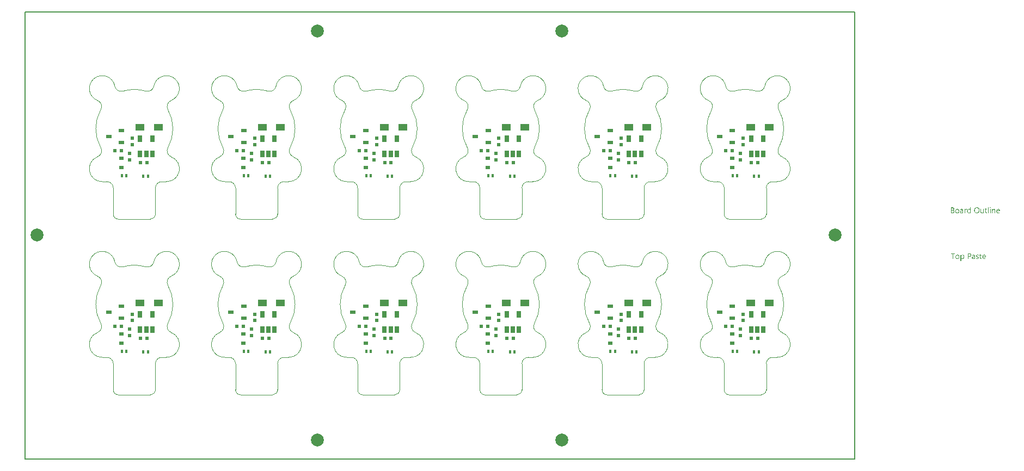
<source format=gtp>
G04*
G04 #@! TF.GenerationSoftware,Altium Limited,Altium Designer,21.3.2 (30)*
G04*
G04 Layer_Color=8421504*
%FSAX25Y25*%
%MOIN*%
G70*
G04*
G04 #@! TF.SameCoordinates,57FAC1CB-812B-421D-9FDC-EB945B2EFB84*
G04*
G04*
G04 #@! TF.FilePolarity,Positive*
G04*
G01*
G75*
%ADD10C,0.07874*%
%ADD13R,0.02756X0.03937*%
%ADD14R,0.02165X0.01968*%
%ADD15R,0.01968X0.02165*%
%ADD16R,0.05315X0.04331*%
%ADD17R,0.01968X0.02165*%
%ADD18R,0.03150X0.02362*%
%ADD19R,0.03543X0.02362*%
%ADD24C,0.00787*%
%ADD25C,0.00197*%
%ADD36R,0.01280X0.02461*%
G36*
X0571414Y0134727D02*
X0571442Y0134721D01*
X0571470Y0134712D01*
X0571501Y0134696D01*
X0571531Y0134678D01*
X0571562Y0134653D01*
X0571565Y0134650D01*
X0571575Y0134641D01*
X0571587Y0134625D01*
X0571602Y0134604D01*
X0571615Y0134576D01*
X0571627Y0134545D01*
X0571636Y0134508D01*
X0571640Y0134468D01*
Y0134462D01*
Y0134449D01*
X0571636Y0134431D01*
X0571630Y0134403D01*
X0571621Y0134375D01*
X0571606Y0134344D01*
X0571587Y0134313D01*
X0571562Y0134282D01*
X0571559Y0134279D01*
X0571550Y0134270D01*
X0571531Y0134258D01*
X0571510Y0134245D01*
X0571482Y0134233D01*
X0571451Y0134221D01*
X0571417Y0134211D01*
X0571377Y0134208D01*
X0571358D01*
X0571340Y0134211D01*
X0571312Y0134218D01*
X0571284Y0134227D01*
X0571253Y0134239D01*
X0571222Y0134255D01*
X0571192Y0134279D01*
X0571188Y0134282D01*
X0571179Y0134292D01*
X0571167Y0134310D01*
X0571154Y0134332D01*
X0571142Y0134357D01*
X0571130Y0134391D01*
X0571121Y0134428D01*
X0571117Y0134468D01*
Y0134474D01*
Y0134486D01*
X0571121Y0134508D01*
X0571127Y0134533D01*
X0571136Y0134564D01*
X0571148Y0134595D01*
X0571167Y0134625D01*
X0571192Y0134653D01*
X0571195Y0134656D01*
X0571204Y0134666D01*
X0571222Y0134678D01*
X0571244Y0134693D01*
X0571272Y0134706D01*
X0571303Y0134718D01*
X0571337Y0134727D01*
X0571377Y0134731D01*
X0571395D01*
X0571414Y0134727D01*
D02*
G37*
G36*
X0559446Y0131063D02*
X0559045D01*
Y0131486D01*
X0559035D01*
X0559032Y0131480D01*
X0559023Y0131464D01*
X0559005Y0131443D01*
X0558983Y0131412D01*
X0558952Y0131375D01*
X0558918Y0131334D01*
X0558875Y0131291D01*
X0558822Y0131245D01*
X0558767Y0131199D01*
X0558702Y0131155D01*
X0558631Y0131115D01*
X0558554Y0131078D01*
X0558470Y0131047D01*
X0558377Y0131026D01*
X0558279Y0131010D01*
X0558173Y0131004D01*
X0558152D01*
X0558127Y0131007D01*
X0558096Y0131010D01*
X0558056Y0131013D01*
X0558010Y0131023D01*
X0557957Y0131032D01*
X0557901Y0131047D01*
X0557843Y0131063D01*
X0557781Y0131087D01*
X0557719Y0131112D01*
X0557654Y0131146D01*
X0557592Y0131183D01*
X0557531Y0131229D01*
X0557472Y0131282D01*
X0557416Y0131341D01*
X0557413Y0131344D01*
X0557404Y0131356D01*
X0557392Y0131375D01*
X0557373Y0131403D01*
X0557351Y0131437D01*
X0557327Y0131477D01*
X0557302Y0131526D01*
X0557277Y0131582D01*
X0557249Y0131644D01*
X0557225Y0131711D01*
X0557200Y0131789D01*
X0557178Y0131869D01*
X0557160Y0131956D01*
X0557148Y0132051D01*
X0557138Y0132150D01*
X0557135Y0132255D01*
Y0132258D01*
Y0132262D01*
Y0132271D01*
Y0132283D01*
X0557138Y0132314D01*
X0557141Y0132357D01*
X0557144Y0132413D01*
X0557151Y0132472D01*
X0557160Y0132540D01*
X0557175Y0132614D01*
X0557191Y0132691D01*
X0557212Y0132774D01*
X0557237Y0132855D01*
X0557268Y0132941D01*
X0557302Y0133022D01*
X0557345Y0133102D01*
X0557392Y0133179D01*
X0557447Y0133253D01*
X0557450Y0133256D01*
X0557463Y0133269D01*
X0557481Y0133287D01*
X0557506Y0133312D01*
X0557537Y0133340D01*
X0557574Y0133374D01*
X0557620Y0133408D01*
X0557670Y0133442D01*
X0557728Y0133476D01*
X0557790Y0133510D01*
X0557858Y0133544D01*
X0557932Y0133572D01*
X0558013Y0133596D01*
X0558099Y0133615D01*
X0558189Y0133627D01*
X0558285Y0133630D01*
X0558306D01*
X0558334Y0133627D01*
X0558368Y0133624D01*
X0558411Y0133618D01*
X0558461Y0133609D01*
X0558513Y0133596D01*
X0558572Y0133581D01*
X0558634Y0133559D01*
X0558696Y0133531D01*
X0558757Y0133498D01*
X0558819Y0133457D01*
X0558878Y0133411D01*
X0558937Y0133359D01*
X0558989Y0133294D01*
X0559035Y0133222D01*
X0559045D01*
Y0134777D01*
X0559446D01*
Y0131063D01*
D02*
G37*
G36*
X0573661Y0133627D02*
X0573688D01*
X0573722Y0133621D01*
X0573763Y0133615D01*
X0573806Y0133609D01*
X0573852Y0133596D01*
X0573902Y0133584D01*
X0573954Y0133565D01*
X0574007Y0133544D01*
X0574059Y0133516D01*
X0574109Y0133485D01*
X0574158Y0133451D01*
X0574204Y0133408D01*
X0574248Y0133362D01*
X0574251Y0133359D01*
X0574257Y0133349D01*
X0574269Y0133334D01*
X0574282Y0133312D01*
X0574297Y0133284D01*
X0574316Y0133250D01*
X0574337Y0133210D01*
X0574359Y0133167D01*
X0574377Y0133114D01*
X0574399Y0133059D01*
X0574417Y0132994D01*
X0574433Y0132926D01*
X0574445Y0132852D01*
X0574458Y0132771D01*
X0574464Y0132688D01*
X0574467Y0132595D01*
Y0131063D01*
X0574065D01*
Y0132493D01*
Y0132496D01*
Y0132503D01*
Y0132512D01*
Y0132527D01*
X0574062Y0132546D01*
Y0132568D01*
X0574056Y0132617D01*
X0574047Y0132679D01*
X0574034Y0132747D01*
X0574016Y0132818D01*
X0573991Y0132892D01*
X0573960Y0132966D01*
X0573923Y0133037D01*
X0573877Y0133105D01*
X0573818Y0133167D01*
X0573753Y0133216D01*
X0573716Y0133238D01*
X0573673Y0133256D01*
X0573630Y0133272D01*
X0573583Y0133281D01*
X0573534Y0133287D01*
X0573481Y0133291D01*
X0573454D01*
X0573432Y0133287D01*
X0573407Y0133284D01*
X0573376Y0133278D01*
X0573342Y0133272D01*
X0573308Y0133263D01*
X0573268Y0133250D01*
X0573228Y0133235D01*
X0573188Y0133216D01*
X0573144Y0133195D01*
X0573104Y0133167D01*
X0573061Y0133136D01*
X0573021Y0133102D01*
X0572984Y0133062D01*
X0572981Y0133059D01*
X0572974Y0133053D01*
X0572965Y0133040D01*
X0572953Y0133022D01*
X0572937Y0133000D01*
X0572922Y0132972D01*
X0572903Y0132941D01*
X0572885Y0132907D01*
X0572866Y0132867D01*
X0572848Y0132824D01*
X0572832Y0132778D01*
X0572817Y0132728D01*
X0572805Y0132673D01*
X0572795Y0132617D01*
X0572789Y0132555D01*
X0572786Y0132493D01*
Y0131063D01*
X0572384D01*
Y0133572D01*
X0572786D01*
Y0133155D01*
X0572795D01*
X0572798Y0133161D01*
X0572808Y0133176D01*
X0572826Y0133198D01*
X0572848Y0133229D01*
X0572879Y0133266D01*
X0572913Y0133306D01*
X0572956Y0133349D01*
X0573005Y0133393D01*
X0573061Y0133436D01*
X0573123Y0133479D01*
X0573191Y0133519D01*
X0573262Y0133556D01*
X0573342Y0133587D01*
X0573429Y0133609D01*
X0573521Y0133624D01*
X0573620Y0133630D01*
X0573639D01*
X0573661Y0133627D01*
D02*
G37*
G36*
X0556684Y0133612D02*
X0556718D01*
X0556755Y0133606D01*
X0556795Y0133599D01*
X0556835Y0133593D01*
X0556869Y0133581D01*
Y0133164D01*
X0556863Y0133167D01*
X0556851Y0133176D01*
X0556826Y0133189D01*
X0556792Y0133204D01*
X0556746Y0133220D01*
X0556696Y0133232D01*
X0556635Y0133241D01*
X0556564Y0133244D01*
X0556539D01*
X0556520Y0133241D01*
X0556499Y0133238D01*
X0556474Y0133232D01*
X0556415Y0133213D01*
X0556381Y0133201D01*
X0556347Y0133186D01*
X0556310Y0133164D01*
X0556273Y0133142D01*
X0556239Y0133114D01*
X0556202Y0133080D01*
X0556168Y0133043D01*
X0556134Y0133000D01*
X0556131Y0132997D01*
X0556128Y0132988D01*
X0556119Y0132975D01*
X0556106Y0132957D01*
X0556094Y0132932D01*
X0556078Y0132901D01*
X0556063Y0132867D01*
X0556047Y0132827D01*
X0556032Y0132784D01*
X0556017Y0132734D01*
X0556001Y0132679D01*
X0555989Y0132620D01*
X0555976Y0132555D01*
X0555967Y0132487D01*
X0555964Y0132416D01*
X0555961Y0132339D01*
Y0131063D01*
X0555559D01*
Y0133572D01*
X0555961D01*
Y0133053D01*
X0555970D01*
Y0133056D01*
X0555973Y0133065D01*
X0555979Y0133077D01*
X0555986Y0133096D01*
X0555995Y0133117D01*
X0556007Y0133145D01*
X0556035Y0133204D01*
X0556072Y0133272D01*
X0556119Y0133340D01*
X0556171Y0133405D01*
X0556233Y0133467D01*
X0556236Y0133470D01*
X0556242Y0133473D01*
X0556251Y0133479D01*
X0556264Y0133491D01*
X0556279Y0133501D01*
X0556301Y0133513D01*
X0556347Y0133541D01*
X0556406Y0133569D01*
X0556474Y0133593D01*
X0556548Y0133609D01*
X0556588Y0133612D01*
X0556628Y0133615D01*
X0556653D01*
X0556684Y0133612D01*
D02*
G37*
G36*
X0567447Y0131063D02*
X0567045D01*
Y0131458D01*
X0567035D01*
X0567032Y0131452D01*
X0567023Y0131440D01*
X0567008Y0131415D01*
X0566989Y0131387D01*
X0566961Y0131353D01*
X0566927Y0131316D01*
X0566890Y0131273D01*
X0566844Y0131233D01*
X0566794Y0131189D01*
X0566736Y0131149D01*
X0566674Y0131109D01*
X0566603Y0131075D01*
X0566526Y0131047D01*
X0566445Y0131023D01*
X0566356Y0131010D01*
X0566260Y0131004D01*
X0566238D01*
X0566223Y0131007D01*
X0566201D01*
X0566177Y0131010D01*
X0566149Y0131016D01*
X0566121Y0131019D01*
X0566053Y0131038D01*
X0565976Y0131060D01*
X0565895Y0131094D01*
X0565855Y0131115D01*
X0565812Y0131137D01*
X0565769Y0131165D01*
X0565729Y0131192D01*
X0565688Y0131226D01*
X0565648Y0131263D01*
X0565608Y0131307D01*
X0565571Y0131350D01*
X0565537Y0131399D01*
X0565503Y0131455D01*
X0565475Y0131514D01*
X0565447Y0131576D01*
X0565422Y0131644D01*
X0565401Y0131718D01*
X0565385Y0131798D01*
X0565373Y0131881D01*
X0565367Y0131974D01*
X0565364Y0132070D01*
Y0133572D01*
X0565762D01*
Y0132135D01*
Y0132132D01*
Y0132126D01*
Y0132116D01*
Y0132101D01*
X0565765Y0132082D01*
Y0132061D01*
X0565772Y0132011D01*
X0565781Y0131949D01*
X0565793Y0131885D01*
X0565815Y0131810D01*
X0565840Y0131739D01*
X0565871Y0131665D01*
X0565911Y0131591D01*
X0565960Y0131526D01*
X0566019Y0131464D01*
X0566090Y0131415D01*
X0566127Y0131393D01*
X0566170Y0131375D01*
X0566217Y0131359D01*
X0566263Y0131350D01*
X0566316Y0131344D01*
X0566371Y0131341D01*
X0566399D01*
X0566421Y0131344D01*
X0566445Y0131347D01*
X0566473Y0131353D01*
X0566507Y0131359D01*
X0566541Y0131369D01*
X0566578Y0131378D01*
X0566618Y0131393D01*
X0566659Y0131412D01*
X0566699Y0131433D01*
X0566739Y0131458D01*
X0566779Y0131486D01*
X0566816Y0131520D01*
X0566853Y0131557D01*
X0566856Y0131560D01*
X0566862Y0131566D01*
X0566872Y0131579D01*
X0566884Y0131597D01*
X0566896Y0131619D01*
X0566915Y0131644D01*
X0566930Y0131675D01*
X0566949Y0131708D01*
X0566968Y0131749D01*
X0566983Y0131792D01*
X0567001Y0131838D01*
X0567014Y0131888D01*
X0567026Y0131943D01*
X0567035Y0131999D01*
X0567042Y0132061D01*
X0567045Y0132126D01*
Y0133572D01*
X0567447D01*
Y0131063D01*
D02*
G37*
G36*
X0571572D02*
X0571170D01*
Y0133572D01*
X0571572D01*
Y0131063D01*
D02*
G37*
G36*
X0570357D02*
X0569956D01*
Y0134777D01*
X0570357D01*
Y0131063D01*
D02*
G37*
G36*
X0553956Y0133627D02*
X0553977D01*
X0553999Y0133624D01*
X0554027Y0133621D01*
X0554058Y0133615D01*
X0554122Y0133603D01*
X0554200Y0133581D01*
X0554277Y0133553D01*
X0554360Y0133513D01*
X0554444Y0133464D01*
X0554484Y0133436D01*
X0554524Y0133402D01*
X0554561Y0133365D01*
X0554598Y0133328D01*
X0554632Y0133284D01*
X0554663Y0133235D01*
X0554694Y0133186D01*
X0554722Y0133130D01*
X0554743Y0133068D01*
X0554765Y0133003D01*
X0554781Y0132935D01*
X0554793Y0132858D01*
X0554799Y0132781D01*
X0554802Y0132694D01*
Y0131063D01*
X0554400D01*
Y0131452D01*
X0554391D01*
X0554388Y0131446D01*
X0554379Y0131433D01*
X0554363Y0131412D01*
X0554342Y0131381D01*
X0554314Y0131347D01*
X0554280Y0131310D01*
X0554243Y0131270D01*
X0554197Y0131229D01*
X0554144Y0131186D01*
X0554088Y0131146D01*
X0554024Y0131109D01*
X0553956Y0131075D01*
X0553878Y0131044D01*
X0553798Y0131023D01*
X0553711Y0131010D01*
X0553619Y0131004D01*
X0553582D01*
X0553557Y0131007D01*
X0553526Y0131010D01*
X0553489Y0131013D01*
X0553449Y0131019D01*
X0553406Y0131029D01*
X0553310Y0131053D01*
X0553263Y0131069D01*
X0553214Y0131087D01*
X0553164Y0131109D01*
X0553118Y0131137D01*
X0553075Y0131168D01*
X0553032Y0131202D01*
X0553029Y0131205D01*
X0553022Y0131211D01*
X0553013Y0131223D01*
X0552998Y0131239D01*
X0552982Y0131257D01*
X0552967Y0131282D01*
X0552945Y0131310D01*
X0552927Y0131341D01*
X0552908Y0131378D01*
X0552889Y0131418D01*
X0552871Y0131461D01*
X0552855Y0131508D01*
X0552840Y0131557D01*
X0552831Y0131610D01*
X0552825Y0131668D01*
X0552821Y0131727D01*
Y0131730D01*
Y0131736D01*
Y0131746D01*
X0552825Y0131758D01*
Y0131773D01*
X0552828Y0131792D01*
X0552834Y0131838D01*
X0552846Y0131894D01*
X0552865Y0131956D01*
X0552889Y0132024D01*
X0552927Y0132095D01*
X0552970Y0132166D01*
X0553022Y0132237D01*
X0553056Y0132271D01*
X0553090Y0132305D01*
X0553130Y0132339D01*
X0553171Y0132370D01*
X0553217Y0132401D01*
X0553266Y0132428D01*
X0553319Y0132453D01*
X0553378Y0132478D01*
X0553440Y0132500D01*
X0553504Y0132518D01*
X0553576Y0132534D01*
X0553650Y0132546D01*
X0554400Y0132651D01*
Y0132654D01*
Y0132657D01*
Y0132666D01*
Y0132679D01*
X0554397Y0132710D01*
X0554391Y0132750D01*
X0554385Y0132799D01*
X0554373Y0132855D01*
X0554357Y0132910D01*
X0554336Y0132972D01*
X0554308Y0133031D01*
X0554274Y0133090D01*
X0554234Y0133142D01*
X0554184Y0133192D01*
X0554122Y0133232D01*
X0554054Y0133263D01*
X0554017Y0133275D01*
X0553974Y0133284D01*
X0553931Y0133287D01*
X0553885Y0133291D01*
X0553863D01*
X0553841Y0133287D01*
X0553807Y0133284D01*
X0553767Y0133281D01*
X0553721Y0133275D01*
X0553668Y0133266D01*
X0553613Y0133253D01*
X0553551Y0133235D01*
X0553486Y0133216D01*
X0553418Y0133192D01*
X0553347Y0133161D01*
X0553276Y0133124D01*
X0553205Y0133083D01*
X0553134Y0133037D01*
X0553066Y0132982D01*
Y0133393D01*
X0553069Y0133396D01*
X0553081Y0133402D01*
X0553103Y0133414D01*
X0553130Y0133430D01*
X0553168Y0133448D01*
X0553208Y0133467D01*
X0553257Y0133488D01*
X0553313Y0133513D01*
X0553372Y0133535D01*
X0553436Y0133556D01*
X0553508Y0133575D01*
X0553582Y0133593D01*
X0553662Y0133609D01*
X0553742Y0133621D01*
X0553829Y0133627D01*
X0553919Y0133630D01*
X0553940D01*
X0553956Y0133627D01*
D02*
G37*
G36*
X0548319Y0134573D02*
X0548356Y0134570D01*
X0548400Y0134564D01*
X0548449Y0134557D01*
X0548505Y0134548D01*
X0548560Y0134536D01*
X0548619Y0134520D01*
X0548681Y0134502D01*
X0548740Y0134480D01*
X0548801Y0134455D01*
X0548857Y0134424D01*
X0548913Y0134391D01*
X0548965Y0134350D01*
X0548968Y0134347D01*
X0548978Y0134341D01*
X0548990Y0134329D01*
X0549005Y0134310D01*
X0549027Y0134289D01*
X0549049Y0134261D01*
X0549073Y0134230D01*
X0549098Y0134196D01*
X0549123Y0134156D01*
X0549148Y0134113D01*
X0549169Y0134063D01*
X0549191Y0134014D01*
X0549206Y0133958D01*
X0549219Y0133899D01*
X0549228Y0133837D01*
X0549231Y0133773D01*
Y0133770D01*
Y0133760D01*
Y0133745D01*
X0549228Y0133723D01*
X0549225Y0133695D01*
X0549222Y0133668D01*
X0549219Y0133633D01*
X0549212Y0133596D01*
X0549191Y0133513D01*
X0549163Y0133426D01*
X0549144Y0133380D01*
X0549123Y0133337D01*
X0549098Y0133294D01*
X0549070Y0133250D01*
X0549067Y0133247D01*
X0549064Y0133241D01*
X0549055Y0133229D01*
X0549039Y0133213D01*
X0549024Y0133198D01*
X0549005Y0133176D01*
X0548981Y0133155D01*
X0548956Y0133130D01*
X0548925Y0133105D01*
X0548891Y0133077D01*
X0548854Y0133053D01*
X0548814Y0133025D01*
X0548771Y0133000D01*
X0548727Y0132978D01*
X0548625Y0132938D01*
Y0132929D01*
X0548628D01*
X0548641Y0132926D01*
X0548659Y0132923D01*
X0548684Y0132920D01*
X0548715Y0132913D01*
X0548749Y0132904D01*
X0548789Y0132892D01*
X0548829Y0132879D01*
X0548919Y0132846D01*
X0548968Y0132824D01*
X0549015Y0132796D01*
X0549061Y0132768D01*
X0549107Y0132737D01*
X0549154Y0132700D01*
X0549194Y0132660D01*
X0549197Y0132657D01*
X0549203Y0132651D01*
X0549212Y0132639D01*
X0549228Y0132620D01*
X0549243Y0132595D01*
X0549262Y0132571D01*
X0549280Y0132537D01*
X0549302Y0132503D01*
X0549321Y0132462D01*
X0549339Y0132416D01*
X0549358Y0132370D01*
X0549373Y0132317D01*
X0549389Y0132258D01*
X0549398Y0132200D01*
X0549404Y0132138D01*
X0549407Y0132070D01*
Y0132064D01*
Y0132051D01*
X0549404Y0132027D01*
X0549401Y0131996D01*
X0549398Y0131956D01*
X0549389Y0131912D01*
X0549379Y0131863D01*
X0549367Y0131810D01*
X0549348Y0131752D01*
X0549327Y0131693D01*
X0549302Y0131634D01*
X0549271Y0131572D01*
X0549234Y0131511D01*
X0549191Y0131452D01*
X0549141Y0131396D01*
X0549083Y0131341D01*
X0549080Y0131338D01*
X0549067Y0131328D01*
X0549049Y0131316D01*
X0549024Y0131298D01*
X0548993Y0131276D01*
X0548953Y0131254D01*
X0548910Y0131226D01*
X0548860Y0131202D01*
X0548801Y0131177D01*
X0548740Y0131152D01*
X0548675Y0131128D01*
X0548601Y0131106D01*
X0548523Y0131087D01*
X0548443Y0131075D01*
X0548356Y0131066D01*
X0548267Y0131063D01*
X0547244D01*
Y0134576D01*
X0548285D01*
X0548319Y0134573D01*
D02*
G37*
G36*
X0568788Y0133572D02*
X0569421D01*
Y0133226D01*
X0568788D01*
Y0131814D01*
Y0131810D01*
Y0131801D01*
Y0131789D01*
Y0131773D01*
X0568791Y0131752D01*
X0568794Y0131727D01*
X0568800Y0131675D01*
X0568809Y0131613D01*
X0568825Y0131554D01*
X0568846Y0131498D01*
X0568859Y0131474D01*
X0568874Y0131452D01*
X0568877Y0131449D01*
X0568890Y0131437D01*
X0568911Y0131418D01*
X0568942Y0131399D01*
X0568982Y0131378D01*
X0569032Y0131362D01*
X0569090Y0131350D01*
X0569158Y0131344D01*
X0569183D01*
X0569211Y0131347D01*
X0569248Y0131353D01*
X0569288Y0131366D01*
X0569335Y0131378D01*
X0569378Y0131399D01*
X0569421Y0131427D01*
Y0131084D01*
X0569418D01*
X0569415Y0131081D01*
X0569406Y0131078D01*
X0569396Y0131072D01*
X0569362Y0131060D01*
X0569322Y0131047D01*
X0569267Y0131035D01*
X0569202Y0131023D01*
X0569128Y0131013D01*
X0569044Y0131010D01*
X0569016D01*
X0568982Y0131016D01*
X0568942Y0131023D01*
X0568893Y0131032D01*
X0568837Y0131050D01*
X0568775Y0131072D01*
X0568716Y0131103D01*
X0568655Y0131140D01*
X0568593Y0131189D01*
X0568537Y0131248D01*
X0568513Y0131282D01*
X0568488Y0131319D01*
X0568466Y0131359D01*
X0568448Y0131403D01*
X0568429Y0131449D01*
X0568414Y0131501D01*
X0568401Y0131554D01*
X0568392Y0131613D01*
X0568389Y0131675D01*
X0568386Y0131742D01*
Y0133226D01*
X0567956D01*
Y0133572D01*
X0568386D01*
Y0134184D01*
X0568788Y0134313D01*
Y0133572D01*
D02*
G37*
G36*
X0576256Y0133627D02*
X0576290Y0133624D01*
X0576333Y0133621D01*
X0576380Y0133615D01*
X0576432Y0133603D01*
X0576488Y0133590D01*
X0576550Y0133575D01*
X0576611Y0133553D01*
X0576673Y0133525D01*
X0576738Y0133494D01*
X0576800Y0133457D01*
X0576859Y0133414D01*
X0576917Y0133365D01*
X0576970Y0133309D01*
X0576973Y0133306D01*
X0576982Y0133294D01*
X0576995Y0133275D01*
X0577013Y0133250D01*
X0577032Y0133220D01*
X0577056Y0133179D01*
X0577081Y0133133D01*
X0577106Y0133080D01*
X0577131Y0133019D01*
X0577155Y0132954D01*
X0577180Y0132879D01*
X0577199Y0132802D01*
X0577217Y0132716D01*
X0577229Y0132626D01*
X0577239Y0132527D01*
X0577242Y0132425D01*
Y0132215D01*
X0575468D01*
Y0132209D01*
Y0132197D01*
X0575471Y0132175D01*
X0575474Y0132147D01*
X0575477Y0132110D01*
X0575484Y0132070D01*
X0575490Y0132027D01*
X0575502Y0131977D01*
X0575530Y0131872D01*
X0575549Y0131820D01*
X0575570Y0131764D01*
X0575595Y0131711D01*
X0575623Y0131659D01*
X0575657Y0131613D01*
X0575694Y0131566D01*
X0575697Y0131563D01*
X0575703Y0131557D01*
X0575715Y0131545D01*
X0575734Y0131532D01*
X0575756Y0131514D01*
X0575783Y0131495D01*
X0575814Y0131474D01*
X0575848Y0131455D01*
X0575888Y0131433D01*
X0575935Y0131412D01*
X0575981Y0131393D01*
X0576037Y0131375D01*
X0576092Y0131362D01*
X0576154Y0131350D01*
X0576219Y0131344D01*
X0576287Y0131341D01*
X0576305D01*
X0576327Y0131344D01*
X0576358D01*
X0576395Y0131350D01*
X0576438Y0131356D01*
X0576488Y0131366D01*
X0576544Y0131375D01*
X0576602Y0131390D01*
X0576664Y0131409D01*
X0576729Y0131430D01*
X0576794Y0131458D01*
X0576862Y0131489D01*
X0576930Y0131526D01*
X0576998Y0131569D01*
X0577066Y0131619D01*
Y0131242D01*
X0577063Y0131239D01*
X0577050Y0131233D01*
X0577032Y0131220D01*
X0577007Y0131205D01*
X0576973Y0131186D01*
X0576933Y0131168D01*
X0576886Y0131146D01*
X0576834Y0131124D01*
X0576772Y0131100D01*
X0576707Y0131078D01*
X0576636Y0131060D01*
X0576559Y0131041D01*
X0576475Y0131026D01*
X0576386Y0131013D01*
X0576290Y0131007D01*
X0576191Y0131004D01*
X0576166D01*
X0576142Y0131007D01*
X0576105Y0131010D01*
X0576058Y0131013D01*
X0576006Y0131023D01*
X0575950Y0131032D01*
X0575888Y0131047D01*
X0575823Y0131066D01*
X0575756Y0131087D01*
X0575684Y0131115D01*
X0575617Y0131146D01*
X0575545Y0131186D01*
X0575481Y0131233D01*
X0575416Y0131285D01*
X0575357Y0131344D01*
X0575354Y0131347D01*
X0575345Y0131359D01*
X0575329Y0131381D01*
X0575311Y0131409D01*
X0575286Y0131443D01*
X0575261Y0131486D01*
X0575233Y0131535D01*
X0575206Y0131594D01*
X0575178Y0131656D01*
X0575150Y0131730D01*
X0575125Y0131807D01*
X0575100Y0131894D01*
X0575082Y0131986D01*
X0575066Y0132085D01*
X0575057Y0132194D01*
X0575054Y0132305D01*
Y0132308D01*
Y0132311D01*
Y0132320D01*
Y0132329D01*
X0575057Y0132360D01*
X0575060Y0132404D01*
X0575063Y0132453D01*
X0575073Y0132509D01*
X0575082Y0132574D01*
X0575094Y0132645D01*
X0575113Y0132719D01*
X0575134Y0132796D01*
X0575162Y0132877D01*
X0575193Y0132957D01*
X0575230Y0133034D01*
X0575277Y0133114D01*
X0575326Y0133189D01*
X0575385Y0133260D01*
X0575388Y0133263D01*
X0575400Y0133275D01*
X0575419Y0133294D01*
X0575443Y0133318D01*
X0575477Y0133346D01*
X0575518Y0133377D01*
X0575561Y0133411D01*
X0575613Y0133445D01*
X0575669Y0133479D01*
X0575734Y0133513D01*
X0575802Y0133544D01*
X0575873Y0133572D01*
X0575950Y0133596D01*
X0576034Y0133615D01*
X0576120Y0133627D01*
X0576210Y0133630D01*
X0576231D01*
X0576256Y0133627D01*
D02*
G37*
G36*
X0563213Y0134632D02*
X0563235D01*
X0563257Y0134628D01*
X0563284D01*
X0563346Y0134619D01*
X0563417Y0134610D01*
X0563497Y0134595D01*
X0563584Y0134573D01*
X0563674Y0134548D01*
X0563769Y0134514D01*
X0563865Y0134474D01*
X0563964Y0134428D01*
X0564063Y0134372D01*
X0564156Y0134307D01*
X0564248Y0134230D01*
X0564335Y0134143D01*
X0564341Y0134137D01*
X0564353Y0134122D01*
X0564375Y0134094D01*
X0564406Y0134054D01*
X0564437Y0134004D01*
X0564477Y0133946D01*
X0564517Y0133878D01*
X0564557Y0133800D01*
X0564598Y0133711D01*
X0564638Y0133615D01*
X0564678Y0133510D01*
X0564712Y0133396D01*
X0564740Y0133272D01*
X0564761Y0133142D01*
X0564774Y0133006D01*
X0564780Y0132861D01*
Y0132858D01*
Y0132852D01*
Y0132839D01*
Y0132824D01*
X0564777Y0132802D01*
Y0132778D01*
X0564774Y0132750D01*
Y0132719D01*
X0564771Y0132685D01*
X0564768Y0132648D01*
X0564755Y0132564D01*
X0564743Y0132469D01*
X0564724Y0132370D01*
X0564700Y0132262D01*
X0564669Y0132150D01*
X0564632Y0132039D01*
X0564588Y0131925D01*
X0564536Y0131814D01*
X0564474Y0131702D01*
X0564403Y0131600D01*
X0564323Y0131501D01*
X0564316Y0131495D01*
X0564301Y0131480D01*
X0564276Y0131455D01*
X0564239Y0131424D01*
X0564193Y0131387D01*
X0564137Y0131344D01*
X0564075Y0131301D01*
X0564001Y0131254D01*
X0563918Y0131208D01*
X0563825Y0131161D01*
X0563726Y0131118D01*
X0563618Y0131081D01*
X0563501Y0131050D01*
X0563377Y0131026D01*
X0563244Y0131010D01*
X0563105Y0131004D01*
X0563071D01*
X0563056Y0131007D01*
X0563034D01*
X0563009Y0131010D01*
X0562982Y0131013D01*
X0562917Y0131019D01*
X0562846Y0131029D01*
X0562762Y0131044D01*
X0562676Y0131066D01*
X0562580Y0131090D01*
X0562484Y0131124D01*
X0562385Y0131165D01*
X0562283Y0131211D01*
X0562184Y0131267D01*
X0562088Y0131334D01*
X0561993Y0131409D01*
X0561906Y0131495D01*
X0561900Y0131501D01*
X0561888Y0131517D01*
X0561866Y0131545D01*
X0561835Y0131585D01*
X0561801Y0131634D01*
X0561764Y0131693D01*
X0561724Y0131761D01*
X0561684Y0131841D01*
X0561640Y0131928D01*
X0561600Y0132024D01*
X0561563Y0132129D01*
X0561529Y0132243D01*
X0561498Y0132367D01*
X0561477Y0132496D01*
X0561464Y0132632D01*
X0561458Y0132778D01*
Y0132781D01*
Y0132787D01*
Y0132799D01*
Y0132815D01*
X0561461Y0132836D01*
Y0132858D01*
X0561464Y0132886D01*
Y0132917D01*
X0561467Y0132951D01*
X0561474Y0132991D01*
X0561483Y0133071D01*
X0561495Y0133164D01*
X0561517Y0133263D01*
X0561538Y0133371D01*
X0561569Y0133479D01*
X0561606Y0133590D01*
X0561650Y0133705D01*
X0561702Y0133816D01*
X0561764Y0133924D01*
X0561835Y0134029D01*
X0561915Y0134128D01*
X0561922Y0134134D01*
X0561937Y0134150D01*
X0561962Y0134174D01*
X0561999Y0134208D01*
X0562045Y0134245D01*
X0562104Y0134289D01*
X0562169Y0134335D01*
X0562243Y0134381D01*
X0562329Y0134428D01*
X0562422Y0134474D01*
X0562524Y0134517D01*
X0562635Y0134554D01*
X0562756Y0134588D01*
X0562883Y0134613D01*
X0563019Y0134628D01*
X0563164Y0134635D01*
X0563195D01*
X0563213Y0134632D01*
D02*
G37*
G36*
X0551227Y0133627D02*
X0551267Y0133624D01*
X0551314Y0133621D01*
X0551369Y0133612D01*
X0551428Y0133603D01*
X0551493Y0133587D01*
X0551564Y0133569D01*
X0551635Y0133547D01*
X0551706Y0133519D01*
X0551780Y0133485D01*
X0551851Y0133445D01*
X0551922Y0133399D01*
X0551987Y0133346D01*
X0552049Y0133284D01*
X0552052Y0133281D01*
X0552061Y0133269D01*
X0552077Y0133247D01*
X0552099Y0133220D01*
X0552123Y0133186D01*
X0552148Y0133142D01*
X0552179Y0133093D01*
X0552207Y0133034D01*
X0552238Y0132969D01*
X0552265Y0132898D01*
X0552290Y0132821D01*
X0552315Y0132734D01*
X0552336Y0132642D01*
X0552352Y0132543D01*
X0552361Y0132438D01*
X0552364Y0132326D01*
Y0132323D01*
Y0132320D01*
Y0132311D01*
Y0132299D01*
X0552361Y0132268D01*
X0552358Y0132228D01*
X0552355Y0132175D01*
X0552346Y0132116D01*
X0552336Y0132051D01*
X0552321Y0131980D01*
X0552302Y0131906D01*
X0552281Y0131826D01*
X0552253Y0131746D01*
X0552222Y0131665D01*
X0552182Y0131585D01*
X0552136Y0131508D01*
X0552083Y0131433D01*
X0552024Y0131362D01*
X0552021Y0131359D01*
X0552009Y0131347D01*
X0551990Y0131328D01*
X0551963Y0131307D01*
X0551929Y0131279D01*
X0551888Y0131248D01*
X0551839Y0131217D01*
X0551783Y0131183D01*
X0551721Y0131149D01*
X0551653Y0131118D01*
X0551579Y0131087D01*
X0551499Y0131060D01*
X0551409Y0131038D01*
X0551317Y0131019D01*
X0551221Y0131007D01*
X0551116Y0131004D01*
X0551091D01*
X0551063Y0131007D01*
X0551023Y0131010D01*
X0550977Y0131013D01*
X0550921Y0131023D01*
X0550863Y0131032D01*
X0550798Y0131047D01*
X0550727Y0131066D01*
X0550655Y0131090D01*
X0550581Y0131118D01*
X0550507Y0131152D01*
X0550433Y0131192D01*
X0550359Y0131239D01*
X0550291Y0131291D01*
X0550226Y0131353D01*
X0550223Y0131356D01*
X0550211Y0131369D01*
X0550195Y0131390D01*
X0550173Y0131418D01*
X0550149Y0131452D01*
X0550121Y0131495D01*
X0550093Y0131545D01*
X0550062Y0131603D01*
X0550031Y0131665D01*
X0550000Y0131736D01*
X0549972Y0131814D01*
X0549948Y0131897D01*
X0549926Y0131983D01*
X0549911Y0132079D01*
X0549898Y0132181D01*
X0549895Y0132286D01*
Y0132289D01*
Y0132292D01*
Y0132302D01*
Y0132314D01*
X0549898Y0132348D01*
X0549901Y0132391D01*
X0549905Y0132444D01*
X0549914Y0132506D01*
X0549923Y0132574D01*
X0549939Y0132648D01*
X0549957Y0132725D01*
X0549979Y0132805D01*
X0550006Y0132889D01*
X0550040Y0132972D01*
X0550081Y0133053D01*
X0550124Y0133130D01*
X0550176Y0133204D01*
X0550238Y0133275D01*
X0550241Y0133278D01*
X0550254Y0133291D01*
X0550275Y0133309D01*
X0550303Y0133331D01*
X0550337Y0133359D01*
X0550380Y0133386D01*
X0550430Y0133420D01*
X0550486Y0133454D01*
X0550547Y0133485D01*
X0550618Y0133519D01*
X0550696Y0133547D01*
X0550779Y0133575D01*
X0550869Y0133596D01*
X0550964Y0133615D01*
X0551066Y0133627D01*
X0551175Y0133630D01*
X0551199D01*
X0551227Y0133627D01*
D02*
G37*
G36*
X0554447Y0105587D02*
X0554481Y0105584D01*
X0554521Y0105581D01*
X0554567Y0105572D01*
X0554620Y0105563D01*
X0554679Y0105547D01*
X0554737Y0105529D01*
X0554799Y0105507D01*
X0554861Y0105479D01*
X0554926Y0105448D01*
X0554988Y0105408D01*
X0555046Y0105362D01*
X0555105Y0105309D01*
X0555158Y0105251D01*
X0555161Y0105247D01*
X0555170Y0105235D01*
X0555182Y0105217D01*
X0555201Y0105189D01*
X0555219Y0105155D01*
X0555244Y0105115D01*
X0555269Y0105065D01*
X0555294Y0105013D01*
X0555318Y0104951D01*
X0555343Y0104883D01*
X0555368Y0104809D01*
X0555386Y0104728D01*
X0555405Y0104642D01*
X0555417Y0104549D01*
X0555426Y0104450D01*
X0555430Y0104348D01*
Y0104345D01*
Y0104342D01*
Y0104333D01*
Y0104320D01*
X0555426Y0104286D01*
X0555423Y0104243D01*
X0555420Y0104191D01*
X0555414Y0104129D01*
X0555405Y0104061D01*
X0555392Y0103987D01*
X0555374Y0103910D01*
X0555355Y0103826D01*
X0555331Y0103743D01*
X0555300Y0103659D01*
X0555266Y0103576D01*
X0555226Y0103492D01*
X0555176Y0103415D01*
X0555124Y0103341D01*
X0555121Y0103338D01*
X0555108Y0103325D01*
X0555093Y0103307D01*
X0555068Y0103282D01*
X0555037Y0103254D01*
X0555000Y0103220D01*
X0554954Y0103186D01*
X0554904Y0103152D01*
X0554849Y0103118D01*
X0554784Y0103084D01*
X0554716Y0103050D01*
X0554641Y0103023D01*
X0554561Y0102998D01*
X0554475Y0102979D01*
X0554382Y0102967D01*
X0554286Y0102964D01*
X0554265D01*
X0554240Y0102967D01*
X0554206Y0102970D01*
X0554166Y0102976D01*
X0554119Y0102986D01*
X0554067Y0102998D01*
X0554008Y0103016D01*
X0553949Y0103038D01*
X0553888Y0103066D01*
X0553826Y0103100D01*
X0553761Y0103140D01*
X0553699Y0103190D01*
X0553640Y0103245D01*
X0553585Y0103310D01*
X0553532Y0103384D01*
X0553523D01*
Y0101870D01*
X0553121D01*
Y0105532D01*
X0553523D01*
Y0105090D01*
X0553532D01*
X0553535Y0105096D01*
X0553548Y0105112D01*
X0553563Y0105136D01*
X0553588Y0105167D01*
X0553619Y0105207D01*
X0553656Y0105247D01*
X0553702Y0105294D01*
X0553752Y0105340D01*
X0553810Y0105386D01*
X0553875Y0105433D01*
X0553946Y0105473D01*
X0554024Y0105513D01*
X0554107Y0105544D01*
X0554200Y0105569D01*
X0554295Y0105584D01*
X0554400Y0105590D01*
X0554422D01*
X0554447Y0105587D01*
D02*
G37*
G36*
X0563680D02*
X0563708D01*
X0563742Y0105584D01*
X0563779Y0105581D01*
X0563819Y0105575D01*
X0563911Y0105563D01*
X0564007Y0105541D01*
X0564109Y0105513D01*
X0564208Y0105476D01*
Y0105068D01*
X0564205Y0105071D01*
X0564196Y0105078D01*
X0564180Y0105084D01*
X0564159Y0105096D01*
X0564134Y0105112D01*
X0564103Y0105127D01*
X0564066Y0105142D01*
X0564026Y0105161D01*
X0563979Y0105176D01*
X0563933Y0105192D01*
X0563881Y0105207D01*
X0563825Y0105223D01*
X0563763Y0105235D01*
X0563701Y0105241D01*
X0563640Y0105247D01*
X0563572Y0105251D01*
X0563531D01*
X0563504Y0105247D01*
X0563473Y0105244D01*
X0563439Y0105238D01*
X0563368Y0105223D01*
X0563365D01*
X0563352Y0105220D01*
X0563337Y0105213D01*
X0563315Y0105204D01*
X0563266Y0105183D01*
X0563213Y0105152D01*
X0563210Y0105149D01*
X0563204Y0105142D01*
X0563192Y0105133D01*
X0563176Y0105121D01*
X0563142Y0105087D01*
X0563111Y0105040D01*
Y0105037D01*
X0563105Y0105028D01*
X0563102Y0105016D01*
X0563096Y0104997D01*
X0563090Y0104979D01*
X0563083Y0104954D01*
X0563080Y0104926D01*
X0563077Y0104898D01*
Y0104895D01*
Y0104883D01*
X0563080Y0104864D01*
Y0104840D01*
X0563087Y0104815D01*
X0563093Y0104787D01*
X0563099Y0104759D01*
X0563111Y0104731D01*
X0563114Y0104728D01*
X0563117Y0104719D01*
X0563127Y0104707D01*
X0563139Y0104691D01*
X0563155Y0104676D01*
X0563170Y0104654D01*
X0563216Y0104614D01*
X0563219Y0104611D01*
X0563229Y0104605D01*
X0563244Y0104595D01*
X0563263Y0104583D01*
X0563287Y0104571D01*
X0563315Y0104555D01*
X0563349Y0104537D01*
X0563383Y0104521D01*
X0563386Y0104518D01*
X0563402Y0104515D01*
X0563420Y0104506D01*
X0563448Y0104497D01*
X0563482Y0104481D01*
X0563519Y0104466D01*
X0563559Y0104450D01*
X0563606Y0104432D01*
X0563609D01*
X0563612Y0104429D01*
X0563621Y0104426D01*
X0563633Y0104422D01*
X0563664Y0104410D01*
X0563704Y0104392D01*
X0563751Y0104373D01*
X0563803Y0104351D01*
X0563856Y0104327D01*
X0563905Y0104302D01*
X0563908D01*
X0563911Y0104299D01*
X0563927Y0104289D01*
X0563952Y0104277D01*
X0563983Y0104259D01*
X0564020Y0104234D01*
X0564057Y0104209D01*
X0564094Y0104178D01*
X0564131Y0104147D01*
X0564134Y0104144D01*
X0564146Y0104132D01*
X0564162Y0104116D01*
X0564184Y0104092D01*
X0564205Y0104064D01*
X0564230Y0104030D01*
X0564251Y0103993D01*
X0564273Y0103953D01*
X0564276Y0103946D01*
X0564282Y0103934D01*
X0564289Y0103910D01*
X0564298Y0103879D01*
X0564307Y0103841D01*
X0564316Y0103798D01*
X0564319Y0103749D01*
X0564323Y0103693D01*
Y0103690D01*
Y0103684D01*
Y0103675D01*
Y0103662D01*
X0564319Y0103628D01*
X0564313Y0103582D01*
X0564301Y0103533D01*
X0564289Y0103477D01*
X0564267Y0103421D01*
X0564239Y0103369D01*
X0564236Y0103363D01*
X0564224Y0103347D01*
X0564205Y0103322D01*
X0564180Y0103288D01*
X0564150Y0103254D01*
X0564112Y0103214D01*
X0564069Y0103177D01*
X0564020Y0103140D01*
X0564013Y0103137D01*
X0563995Y0103125D01*
X0563967Y0103109D01*
X0563930Y0103091D01*
X0563884Y0103069D01*
X0563828Y0103047D01*
X0563769Y0103026D01*
X0563704Y0103007D01*
X0563701D01*
X0563695Y0103004D01*
X0563686D01*
X0563674Y0103001D01*
X0563658Y0102998D01*
X0563640Y0102995D01*
X0563593Y0102986D01*
X0563535Y0102976D01*
X0563473Y0102970D01*
X0563405Y0102967D01*
X0563331Y0102964D01*
X0563294D01*
X0563266Y0102967D01*
X0563232D01*
X0563195Y0102973D01*
X0563148Y0102976D01*
X0563102Y0102982D01*
X0563049Y0102992D01*
X0562997Y0103001D01*
X0562886Y0103026D01*
X0562771Y0103063D01*
X0562716Y0103087D01*
X0562660Y0103112D01*
Y0103542D01*
X0562663Y0103539D01*
X0562676Y0103533D01*
X0562694Y0103520D01*
X0562719Y0103505D01*
X0562750Y0103486D01*
X0562784Y0103464D01*
X0562827Y0103443D01*
X0562873Y0103421D01*
X0562926Y0103400D01*
X0562982Y0103378D01*
X0563040Y0103356D01*
X0563102Y0103338D01*
X0563170Y0103322D01*
X0563238Y0103310D01*
X0563309Y0103304D01*
X0563383Y0103301D01*
X0563405D01*
X0563433Y0103304D01*
X0563467Y0103307D01*
X0563507Y0103313D01*
X0563550Y0103319D01*
X0563599Y0103332D01*
X0563649Y0103344D01*
X0563695Y0103363D01*
X0563745Y0103387D01*
X0563788Y0103415D01*
X0563828Y0103449D01*
X0563862Y0103489D01*
X0563890Y0103536D01*
X0563905Y0103591D01*
X0563911Y0103622D01*
Y0103653D01*
Y0103656D01*
Y0103672D01*
X0563908Y0103690D01*
X0563905Y0103712D01*
X0563899Y0103740D01*
X0563893Y0103767D01*
X0563881Y0103795D01*
X0563865Y0103823D01*
X0563862Y0103826D01*
X0563856Y0103835D01*
X0563847Y0103848D01*
X0563834Y0103866D01*
X0563816Y0103885D01*
X0563797Y0103906D01*
X0563772Y0103925D01*
X0563745Y0103946D01*
X0563742Y0103950D01*
X0563732Y0103956D01*
X0563714Y0103965D01*
X0563692Y0103981D01*
X0563667Y0103996D01*
X0563636Y0104011D01*
X0563599Y0104027D01*
X0563562Y0104042D01*
X0563556Y0104045D01*
X0563544Y0104049D01*
X0563522Y0104058D01*
X0563494Y0104070D01*
X0563463Y0104086D01*
X0563423Y0104101D01*
X0563383Y0104116D01*
X0563340Y0104135D01*
X0563337D01*
X0563334Y0104138D01*
X0563324Y0104141D01*
X0563312Y0104147D01*
X0563281Y0104160D01*
X0563241Y0104175D01*
X0563195Y0104197D01*
X0563145Y0104218D01*
X0563096Y0104243D01*
X0563046Y0104268D01*
X0563040Y0104271D01*
X0563025Y0104280D01*
X0563003Y0104293D01*
X0562972Y0104311D01*
X0562938Y0104336D01*
X0562904Y0104361D01*
X0562867Y0104388D01*
X0562833Y0104419D01*
X0562830Y0104422D01*
X0562821Y0104435D01*
X0562805Y0104450D01*
X0562787Y0104475D01*
X0562765Y0104503D01*
X0562744Y0104537D01*
X0562725Y0104571D01*
X0562706Y0104611D01*
X0562703Y0104617D01*
X0562700Y0104629D01*
X0562694Y0104654D01*
X0562688Y0104682D01*
X0562679Y0104719D01*
X0562673Y0104762D01*
X0562669Y0104812D01*
X0562666Y0104864D01*
Y0104867D01*
Y0104874D01*
Y0104883D01*
Y0104895D01*
X0562669Y0104926D01*
X0562676Y0104969D01*
X0562685Y0105019D01*
X0562700Y0105071D01*
X0562719Y0105124D01*
X0562747Y0105176D01*
Y0105179D01*
X0562750Y0105183D01*
X0562762Y0105198D01*
X0562781Y0105223D01*
X0562802Y0105257D01*
X0562833Y0105291D01*
X0562870Y0105328D01*
X0562914Y0105368D01*
X0562960Y0105402D01*
X0562963D01*
X0562966Y0105405D01*
X0562985Y0105417D01*
X0563012Y0105433D01*
X0563049Y0105455D01*
X0563096Y0105476D01*
X0563148Y0105501D01*
X0563207Y0105522D01*
X0563269Y0105541D01*
X0563272D01*
X0563278Y0105544D01*
X0563287Y0105547D01*
X0563300Y0105550D01*
X0563315Y0105553D01*
X0563334Y0105556D01*
X0563377Y0105566D01*
X0563433Y0105575D01*
X0563491Y0105584D01*
X0563556Y0105587D01*
X0563624Y0105590D01*
X0563655D01*
X0563680Y0105587D01*
D02*
G37*
G36*
X0561208D02*
X0561229D01*
X0561251Y0105584D01*
X0561279Y0105581D01*
X0561310Y0105575D01*
X0561375Y0105563D01*
X0561452Y0105541D01*
X0561529Y0105513D01*
X0561613Y0105473D01*
X0561696Y0105424D01*
X0561736Y0105396D01*
X0561776Y0105362D01*
X0561813Y0105325D01*
X0561851Y0105288D01*
X0561884Y0105244D01*
X0561915Y0105195D01*
X0561946Y0105146D01*
X0561974Y0105090D01*
X0561996Y0105028D01*
X0562017Y0104963D01*
X0562033Y0104895D01*
X0562045Y0104818D01*
X0562051Y0104741D01*
X0562054Y0104654D01*
Y0103023D01*
X0561653D01*
Y0103412D01*
X0561644D01*
X0561640Y0103406D01*
X0561631Y0103393D01*
X0561616Y0103372D01*
X0561594Y0103341D01*
X0561566Y0103307D01*
X0561532Y0103270D01*
X0561495Y0103230D01*
X0561449Y0103190D01*
X0561396Y0103146D01*
X0561341Y0103106D01*
X0561276Y0103069D01*
X0561208Y0103035D01*
X0561131Y0103004D01*
X0561050Y0102982D01*
X0560964Y0102970D01*
X0560871Y0102964D01*
X0560834D01*
X0560809Y0102967D01*
X0560778Y0102970D01*
X0560741Y0102973D01*
X0560701Y0102979D01*
X0560658Y0102989D01*
X0560562Y0103013D01*
X0560516Y0103029D01*
X0560466Y0103047D01*
X0560417Y0103069D01*
X0560370Y0103097D01*
X0560327Y0103128D01*
X0560284Y0103162D01*
X0560281Y0103165D01*
X0560275Y0103171D01*
X0560265Y0103183D01*
X0560250Y0103199D01*
X0560234Y0103217D01*
X0560219Y0103242D01*
X0560197Y0103270D01*
X0560179Y0103301D01*
X0560160Y0103338D01*
X0560142Y0103378D01*
X0560123Y0103421D01*
X0560108Y0103468D01*
X0560092Y0103517D01*
X0560083Y0103570D01*
X0560077Y0103628D01*
X0560074Y0103687D01*
Y0103690D01*
Y0103696D01*
Y0103706D01*
X0560077Y0103718D01*
Y0103733D01*
X0560080Y0103752D01*
X0560086Y0103798D01*
X0560099Y0103854D01*
X0560117Y0103916D01*
X0560142Y0103984D01*
X0560179Y0104055D01*
X0560222Y0104126D01*
X0560275Y0104197D01*
X0560309Y0104231D01*
X0560343Y0104265D01*
X0560383Y0104299D01*
X0560423Y0104330D01*
X0560469Y0104361D01*
X0560519Y0104388D01*
X0560571Y0104413D01*
X0560630Y0104438D01*
X0560692Y0104460D01*
X0560757Y0104478D01*
X0560828Y0104493D01*
X0560902Y0104506D01*
X0561653Y0104611D01*
Y0104614D01*
Y0104617D01*
Y0104626D01*
Y0104639D01*
X0561650Y0104670D01*
X0561644Y0104710D01*
X0561637Y0104759D01*
X0561625Y0104815D01*
X0561610Y0104870D01*
X0561588Y0104932D01*
X0561560Y0104991D01*
X0561526Y0105050D01*
X0561486Y0105102D01*
X0561436Y0105152D01*
X0561375Y0105192D01*
X0561307Y0105223D01*
X0561270Y0105235D01*
X0561226Y0105244D01*
X0561183Y0105247D01*
X0561137Y0105251D01*
X0561115D01*
X0561094Y0105247D01*
X0561060Y0105244D01*
X0561019Y0105241D01*
X0560973Y0105235D01*
X0560920Y0105226D01*
X0560865Y0105213D01*
X0560803Y0105195D01*
X0560738Y0105176D01*
X0560670Y0105152D01*
X0560599Y0105121D01*
X0560528Y0105084D01*
X0560457Y0105043D01*
X0560386Y0104997D01*
X0560318Y0104941D01*
Y0105352D01*
X0560321Y0105356D01*
X0560333Y0105362D01*
X0560355Y0105374D01*
X0560383Y0105390D01*
X0560420Y0105408D01*
X0560460Y0105427D01*
X0560509Y0105448D01*
X0560565Y0105473D01*
X0560624Y0105495D01*
X0560689Y0105516D01*
X0560760Y0105535D01*
X0560834Y0105553D01*
X0560914Y0105569D01*
X0560995Y0105581D01*
X0561081Y0105587D01*
X0561171Y0105590D01*
X0561192D01*
X0561208Y0105587D01*
D02*
G37*
G36*
X0558520Y0106533D02*
X0558560D01*
X0558606Y0106527D01*
X0558662Y0106520D01*
X0558720Y0106514D01*
X0558788Y0106502D01*
X0558856Y0106486D01*
X0558927Y0106468D01*
X0558998Y0106446D01*
X0559073Y0106419D01*
X0559144Y0106388D01*
X0559212Y0106351D01*
X0559276Y0106310D01*
X0559338Y0106261D01*
X0559341Y0106258D01*
X0559351Y0106249D01*
X0559366Y0106233D01*
X0559388Y0106211D01*
X0559409Y0106181D01*
X0559437Y0106147D01*
X0559465Y0106106D01*
X0559496Y0106060D01*
X0559524Y0106008D01*
X0559552Y0105952D01*
X0559579Y0105887D01*
X0559601Y0105819D01*
X0559623Y0105742D01*
X0559638Y0105661D01*
X0559647Y0105578D01*
X0559650Y0105485D01*
Y0105479D01*
Y0105464D01*
X0559647Y0105436D01*
X0559644Y0105402D01*
X0559641Y0105359D01*
X0559632Y0105309D01*
X0559623Y0105257D01*
X0559607Y0105195D01*
X0559589Y0105133D01*
X0559567Y0105065D01*
X0559539Y0104997D01*
X0559505Y0104929D01*
X0559465Y0104861D01*
X0559419Y0104793D01*
X0559366Y0104728D01*
X0559304Y0104666D01*
X0559301Y0104663D01*
X0559289Y0104654D01*
X0559270Y0104639D01*
X0559243Y0104617D01*
X0559209Y0104592D01*
X0559165Y0104564D01*
X0559116Y0104537D01*
X0559060Y0104509D01*
X0558998Y0104478D01*
X0558927Y0104450D01*
X0558850Y0104422D01*
X0558770Y0104398D01*
X0558680Y0104379D01*
X0558584Y0104361D01*
X0558486Y0104351D01*
X0558377Y0104348D01*
X0557914D01*
Y0103023D01*
X0557503D01*
Y0106536D01*
X0558492D01*
X0558520Y0106533D01*
D02*
G37*
G36*
X0549682Y0106162D02*
X0548669D01*
Y0103023D01*
X0548258D01*
Y0106162D01*
X0547244D01*
Y0106536D01*
X0549682D01*
Y0106162D01*
D02*
G37*
G36*
X0565472Y0105532D02*
X0566105D01*
Y0105186D01*
X0565472D01*
Y0103773D01*
Y0103770D01*
Y0103761D01*
Y0103749D01*
Y0103733D01*
X0565475Y0103712D01*
X0565478Y0103687D01*
X0565484Y0103634D01*
X0565494Y0103573D01*
X0565509Y0103514D01*
X0565531Y0103458D01*
X0565543Y0103434D01*
X0565558Y0103412D01*
X0565562Y0103409D01*
X0565574Y0103396D01*
X0565596Y0103378D01*
X0565626Y0103359D01*
X0565667Y0103338D01*
X0565716Y0103322D01*
X0565775Y0103310D01*
X0565843Y0103304D01*
X0565868D01*
X0565895Y0103307D01*
X0565932Y0103313D01*
X0565973Y0103325D01*
X0566019Y0103338D01*
X0566062Y0103359D01*
X0566105Y0103387D01*
Y0103044D01*
X0566102D01*
X0566099Y0103041D01*
X0566090Y0103038D01*
X0566081Y0103032D01*
X0566047Y0103019D01*
X0566007Y0103007D01*
X0565951Y0102995D01*
X0565886Y0102982D01*
X0565812Y0102973D01*
X0565729Y0102970D01*
X0565701D01*
X0565667Y0102976D01*
X0565626Y0102982D01*
X0565577Y0102992D01*
X0565521Y0103010D01*
X0565460Y0103032D01*
X0565401Y0103063D01*
X0565339Y0103100D01*
X0565277Y0103149D01*
X0565222Y0103208D01*
X0565197Y0103242D01*
X0565172Y0103279D01*
X0565151Y0103319D01*
X0565132Y0103363D01*
X0565114Y0103409D01*
X0565098Y0103461D01*
X0565086Y0103514D01*
X0565076Y0103573D01*
X0565073Y0103634D01*
X0565070Y0103702D01*
Y0105186D01*
X0564641D01*
Y0105532D01*
X0565070D01*
Y0106143D01*
X0565472Y0106273D01*
Y0105532D01*
D02*
G37*
G36*
X0567672Y0105587D02*
X0567706Y0105584D01*
X0567749Y0105581D01*
X0567796Y0105575D01*
X0567848Y0105563D01*
X0567904Y0105550D01*
X0567966Y0105535D01*
X0568027Y0105513D01*
X0568089Y0105485D01*
X0568154Y0105455D01*
X0568216Y0105417D01*
X0568275Y0105374D01*
X0568333Y0105325D01*
X0568386Y0105269D01*
X0568389Y0105266D01*
X0568398Y0105254D01*
X0568411Y0105235D01*
X0568429Y0105210D01*
X0568448Y0105179D01*
X0568472Y0105139D01*
X0568497Y0105093D01*
X0568522Y0105040D01*
X0568546Y0104979D01*
X0568571Y0104914D01*
X0568596Y0104840D01*
X0568614Y0104762D01*
X0568633Y0104676D01*
X0568645Y0104586D01*
X0568655Y0104487D01*
X0568658Y0104385D01*
Y0104175D01*
X0566884D01*
Y0104169D01*
Y0104157D01*
X0566887Y0104135D01*
X0566890Y0104107D01*
X0566893Y0104070D01*
X0566900Y0104030D01*
X0566906Y0103987D01*
X0566918Y0103937D01*
X0566946Y0103832D01*
X0566964Y0103780D01*
X0566986Y0103724D01*
X0567011Y0103672D01*
X0567039Y0103619D01*
X0567073Y0103573D01*
X0567110Y0103526D01*
X0567113Y0103523D01*
X0567119Y0103517D01*
X0567131Y0103505D01*
X0567150Y0103492D01*
X0567171Y0103474D01*
X0567199Y0103455D01*
X0567230Y0103434D01*
X0567264Y0103415D01*
X0567304Y0103393D01*
X0567351Y0103372D01*
X0567397Y0103353D01*
X0567453Y0103335D01*
X0567508Y0103322D01*
X0567570Y0103310D01*
X0567635Y0103304D01*
X0567703Y0103301D01*
X0567722D01*
X0567743Y0103304D01*
X0567774D01*
X0567811Y0103310D01*
X0567854Y0103316D01*
X0567904Y0103325D01*
X0567959Y0103335D01*
X0568018Y0103350D01*
X0568080Y0103369D01*
X0568145Y0103390D01*
X0568210Y0103418D01*
X0568278Y0103449D01*
X0568346Y0103486D01*
X0568414Y0103529D01*
X0568482Y0103579D01*
Y0103202D01*
X0568479Y0103199D01*
X0568466Y0103193D01*
X0568448Y0103180D01*
X0568423Y0103165D01*
X0568389Y0103146D01*
X0568349Y0103128D01*
X0568302Y0103106D01*
X0568250Y0103084D01*
X0568188Y0103060D01*
X0568123Y0103038D01*
X0568052Y0103019D01*
X0567975Y0103001D01*
X0567892Y0102986D01*
X0567802Y0102973D01*
X0567706Y0102967D01*
X0567607Y0102964D01*
X0567583D01*
X0567558Y0102967D01*
X0567521Y0102970D01*
X0567474Y0102973D01*
X0567422Y0102982D01*
X0567366Y0102992D01*
X0567304Y0103007D01*
X0567240Y0103026D01*
X0567171Y0103047D01*
X0567100Y0103075D01*
X0567032Y0103106D01*
X0566961Y0103146D01*
X0566896Y0103193D01*
X0566832Y0103245D01*
X0566773Y0103304D01*
X0566770Y0103307D01*
X0566760Y0103319D01*
X0566745Y0103341D01*
X0566726Y0103369D01*
X0566702Y0103403D01*
X0566677Y0103446D01*
X0566649Y0103495D01*
X0566621Y0103554D01*
X0566594Y0103616D01*
X0566566Y0103690D01*
X0566541Y0103767D01*
X0566516Y0103854D01*
X0566498Y0103946D01*
X0566482Y0104045D01*
X0566473Y0104154D01*
X0566470Y0104265D01*
Y0104268D01*
Y0104271D01*
Y0104280D01*
Y0104289D01*
X0566473Y0104320D01*
X0566476Y0104364D01*
X0566479Y0104413D01*
X0566489Y0104469D01*
X0566498Y0104534D01*
X0566510Y0104605D01*
X0566529Y0104679D01*
X0566550Y0104756D01*
X0566578Y0104836D01*
X0566609Y0104917D01*
X0566646Y0104994D01*
X0566692Y0105074D01*
X0566742Y0105149D01*
X0566801Y0105220D01*
X0566804Y0105223D01*
X0566816Y0105235D01*
X0566835Y0105254D01*
X0566859Y0105278D01*
X0566893Y0105306D01*
X0566934Y0105337D01*
X0566977Y0105371D01*
X0567029Y0105405D01*
X0567085Y0105439D01*
X0567150Y0105473D01*
X0567218Y0105504D01*
X0567289Y0105532D01*
X0567366Y0105556D01*
X0567450Y0105575D01*
X0567536Y0105587D01*
X0567626Y0105590D01*
X0567647D01*
X0567672Y0105587D01*
D02*
G37*
G36*
X0551341D02*
X0551382Y0105584D01*
X0551428Y0105581D01*
X0551484Y0105572D01*
X0551542Y0105563D01*
X0551607Y0105547D01*
X0551678Y0105529D01*
X0551749Y0105507D01*
X0551820Y0105479D01*
X0551895Y0105445D01*
X0551966Y0105405D01*
X0552037Y0105359D01*
X0552102Y0105306D01*
X0552163Y0105244D01*
X0552166Y0105241D01*
X0552176Y0105229D01*
X0552191Y0105207D01*
X0552213Y0105179D01*
X0552238Y0105146D01*
X0552262Y0105102D01*
X0552293Y0105053D01*
X0552321Y0104994D01*
X0552352Y0104929D01*
X0552380Y0104858D01*
X0552404Y0104781D01*
X0552429Y0104694D01*
X0552451Y0104602D01*
X0552466Y0104503D01*
X0552476Y0104398D01*
X0552479Y0104286D01*
Y0104283D01*
Y0104280D01*
Y0104271D01*
Y0104259D01*
X0552476Y0104228D01*
X0552472Y0104188D01*
X0552469Y0104135D01*
X0552460Y0104076D01*
X0552451Y0104011D01*
X0552435Y0103940D01*
X0552417Y0103866D01*
X0552395Y0103786D01*
X0552367Y0103706D01*
X0552336Y0103625D01*
X0552296Y0103545D01*
X0552250Y0103468D01*
X0552197Y0103393D01*
X0552139Y0103322D01*
X0552136Y0103319D01*
X0552123Y0103307D01*
X0552105Y0103288D01*
X0552077Y0103267D01*
X0552043Y0103239D01*
X0552003Y0103208D01*
X0551953Y0103177D01*
X0551898Y0103143D01*
X0551836Y0103109D01*
X0551768Y0103078D01*
X0551694Y0103047D01*
X0551613Y0103019D01*
X0551524Y0102998D01*
X0551431Y0102979D01*
X0551335Y0102967D01*
X0551230Y0102964D01*
X0551205D01*
X0551178Y0102967D01*
X0551137Y0102970D01*
X0551091Y0102973D01*
X0551035Y0102982D01*
X0550977Y0102992D01*
X0550912Y0103007D01*
X0550841Y0103026D01*
X0550770Y0103050D01*
X0550696Y0103078D01*
X0550622Y0103112D01*
X0550547Y0103152D01*
X0550473Y0103199D01*
X0550405Y0103251D01*
X0550340Y0103313D01*
X0550337Y0103316D01*
X0550325Y0103329D01*
X0550309Y0103350D01*
X0550288Y0103378D01*
X0550263Y0103412D01*
X0550235Y0103455D01*
X0550207Y0103505D01*
X0550176Y0103563D01*
X0550146Y0103625D01*
X0550115Y0103696D01*
X0550087Y0103773D01*
X0550062Y0103857D01*
X0550040Y0103944D01*
X0550025Y0104039D01*
X0550013Y0104141D01*
X0550010Y0104246D01*
Y0104249D01*
Y0104252D01*
Y0104262D01*
Y0104274D01*
X0550013Y0104308D01*
X0550016Y0104351D01*
X0550019Y0104404D01*
X0550028Y0104466D01*
X0550037Y0104534D01*
X0550053Y0104608D01*
X0550071Y0104685D01*
X0550093Y0104765D01*
X0550121Y0104849D01*
X0550155Y0104932D01*
X0550195Y0105013D01*
X0550238Y0105090D01*
X0550291Y0105164D01*
X0550353Y0105235D01*
X0550356Y0105238D01*
X0550368Y0105251D01*
X0550390Y0105269D01*
X0550418Y0105291D01*
X0550452Y0105318D01*
X0550495Y0105346D01*
X0550544Y0105380D01*
X0550600Y0105414D01*
X0550662Y0105445D01*
X0550733Y0105479D01*
X0550810Y0105507D01*
X0550893Y0105535D01*
X0550983Y0105556D01*
X0551079Y0105575D01*
X0551181Y0105587D01*
X0551289Y0105590D01*
X0551314D01*
X0551341Y0105587D01*
D02*
G37*
%LPC*%
G36*
X0558334Y0133291D02*
X0558319D01*
X0558300Y0133287D01*
X0558272D01*
X0558241Y0133281D01*
X0558207Y0133275D01*
X0558167Y0133269D01*
X0558124Y0133256D01*
X0558078Y0133244D01*
X0558031Y0133226D01*
X0557985Y0133204D01*
X0557935Y0133176D01*
X0557889Y0133145D01*
X0557843Y0133111D01*
X0557796Y0133068D01*
X0557756Y0133022D01*
X0557753Y0133019D01*
X0557747Y0133009D01*
X0557738Y0132994D01*
X0557722Y0132972D01*
X0557707Y0132944D01*
X0557691Y0132910D01*
X0557670Y0132873D01*
X0557651Y0132827D01*
X0557633Y0132778D01*
X0557614Y0132722D01*
X0557596Y0132660D01*
X0557580Y0132595D01*
X0557565Y0132521D01*
X0557555Y0132447D01*
X0557549Y0132363D01*
X0557546Y0132277D01*
Y0132271D01*
Y0132258D01*
Y0132234D01*
X0557549Y0132206D01*
X0557552Y0132169D01*
X0557555Y0132126D01*
X0557562Y0132079D01*
X0557571Y0132027D01*
X0557596Y0131919D01*
X0557611Y0131860D01*
X0557630Y0131804D01*
X0557654Y0131749D01*
X0557682Y0131693D01*
X0557713Y0131641D01*
X0557747Y0131591D01*
X0557750Y0131588D01*
X0557756Y0131582D01*
X0557769Y0131569D01*
X0557784Y0131551D01*
X0557806Y0131532D01*
X0557830Y0131511D01*
X0557858Y0131489D01*
X0557892Y0131467D01*
X0557929Y0131443D01*
X0557970Y0131421D01*
X0558013Y0131399D01*
X0558062Y0131381D01*
X0558115Y0131366D01*
X0558170Y0131353D01*
X0558229Y0131344D01*
X0558291Y0131341D01*
X0558306D01*
X0558325Y0131344D01*
X0558347D01*
X0558374Y0131347D01*
X0558408Y0131353D01*
X0558445Y0131362D01*
X0558486Y0131372D01*
X0558529Y0131384D01*
X0558572Y0131399D01*
X0558618Y0131418D01*
X0558662Y0131443D01*
X0558708Y0131471D01*
X0558751Y0131501D01*
X0558794Y0131538D01*
X0558835Y0131582D01*
X0558838Y0131585D01*
X0558844Y0131594D01*
X0558853Y0131606D01*
X0558869Y0131625D01*
X0558884Y0131650D01*
X0558903Y0131677D01*
X0558921Y0131711D01*
X0558940Y0131752D01*
X0558958Y0131792D01*
X0558980Y0131838D01*
X0558995Y0131891D01*
X0559011Y0131943D01*
X0559026Y0132002D01*
X0559035Y0132064D01*
X0559042Y0132129D01*
X0559045Y0132197D01*
Y0132564D01*
Y0132568D01*
Y0132577D01*
Y0132595D01*
X0559042Y0132617D01*
X0559039Y0132642D01*
X0559035Y0132673D01*
X0559029Y0132706D01*
X0559020Y0132744D01*
X0558995Y0132824D01*
X0558980Y0132867D01*
X0558961Y0132910D01*
X0558937Y0132954D01*
X0558909Y0132997D01*
X0558878Y0133040D01*
X0558844Y0133080D01*
X0558841Y0133083D01*
X0558835Y0133090D01*
X0558822Y0133099D01*
X0558807Y0133114D01*
X0558788Y0133130D01*
X0558764Y0133148D01*
X0558736Y0133167D01*
X0558705Y0133186D01*
X0558671Y0133204D01*
X0558631Y0133226D01*
X0558591Y0133241D01*
X0558544Y0133256D01*
X0558495Y0133272D01*
X0558445Y0133281D01*
X0558390Y0133287D01*
X0558334Y0133291D01*
D02*
G37*
G36*
X0554400Y0132329D02*
X0553795Y0132246D01*
X0553792D01*
X0553783Y0132243D01*
X0553767D01*
X0553749Y0132240D01*
X0553727Y0132234D01*
X0553699Y0132228D01*
X0553637Y0132215D01*
X0553569Y0132197D01*
X0553501Y0132172D01*
X0553433Y0132141D01*
X0553403Y0132126D01*
X0553375Y0132107D01*
X0553369Y0132101D01*
X0553353Y0132088D01*
X0553328Y0132064D01*
X0553304Y0132027D01*
X0553279Y0131977D01*
X0553266Y0131949D01*
X0553254Y0131919D01*
X0553245Y0131885D01*
X0553239Y0131844D01*
X0553236Y0131804D01*
X0553232Y0131758D01*
Y0131755D01*
Y0131749D01*
Y0131739D01*
X0553236Y0131727D01*
X0553239Y0131693D01*
X0553248Y0131650D01*
X0553263Y0131603D01*
X0553288Y0131551D01*
X0553319Y0131501D01*
X0553362Y0131455D01*
X0553365D01*
X0553369Y0131449D01*
X0553387Y0131437D01*
X0553415Y0131418D01*
X0553455Y0131399D01*
X0553508Y0131378D01*
X0553566Y0131359D01*
X0553637Y0131347D01*
X0553715Y0131341D01*
X0553742D01*
X0553764Y0131344D01*
X0553789Y0131347D01*
X0553820Y0131353D01*
X0553851Y0131359D01*
X0553888Y0131369D01*
X0553965Y0131393D01*
X0554005Y0131409D01*
X0554048Y0131430D01*
X0554088Y0131455D01*
X0554129Y0131483D01*
X0554169Y0131514D01*
X0554206Y0131551D01*
X0554209Y0131554D01*
X0554215Y0131560D01*
X0554224Y0131572D01*
X0554237Y0131588D01*
X0554252Y0131610D01*
X0554268Y0131634D01*
X0554286Y0131662D01*
X0554305Y0131696D01*
X0554320Y0131733D01*
X0554339Y0131773D01*
X0554354Y0131817D01*
X0554370Y0131863D01*
X0554382Y0131912D01*
X0554391Y0131965D01*
X0554397Y0132020D01*
X0554400Y0132079D01*
Y0132329D01*
D02*
G37*
G36*
X0548190Y0134202D02*
X0547655D01*
Y0133068D01*
X0548109D01*
X0548131Y0133071D01*
X0548159Y0133074D01*
X0548193Y0133077D01*
X0548230Y0133080D01*
X0548270Y0133090D01*
X0548353Y0133108D01*
X0548443Y0133136D01*
X0548486Y0133155D01*
X0548529Y0133176D01*
X0548570Y0133201D01*
X0548607Y0133229D01*
X0548610Y0133232D01*
X0548616Y0133235D01*
X0548625Y0133247D01*
X0548638Y0133260D01*
X0548653Y0133275D01*
X0548669Y0133297D01*
X0548687Y0133321D01*
X0548706Y0133349D01*
X0548721Y0133380D01*
X0548740Y0133414D01*
X0548755Y0133451D01*
X0548771Y0133491D01*
X0548783Y0133538D01*
X0548792Y0133584D01*
X0548798Y0133637D01*
X0548801Y0133689D01*
Y0133695D01*
Y0133711D01*
X0548798Y0133736D01*
X0548792Y0133770D01*
X0548780Y0133810D01*
X0548768Y0133853D01*
X0548746Y0133899D01*
X0548718Y0133946D01*
X0548681Y0133995D01*
X0548638Y0134041D01*
X0548582Y0134085D01*
X0548517Y0134122D01*
X0548480Y0134140D01*
X0548440Y0134156D01*
X0548397Y0134168D01*
X0548350Y0134180D01*
X0548301Y0134190D01*
X0548245Y0134196D01*
X0548190Y0134202D01*
D02*
G37*
G36*
X0548128Y0132697D02*
X0547655D01*
Y0131433D01*
X0548248D01*
X0548273Y0131437D01*
X0548304Y0131440D01*
X0548338Y0131443D01*
X0548378Y0131449D01*
X0548421Y0131455D01*
X0548511Y0131474D01*
X0548604Y0131504D01*
X0548650Y0131526D01*
X0548693Y0131548D01*
X0548734Y0131572D01*
X0548774Y0131603D01*
X0548777Y0131606D01*
X0548783Y0131613D01*
X0548792Y0131622D01*
X0548805Y0131634D01*
X0548820Y0131653D01*
X0548839Y0131675D01*
X0548854Y0131699D01*
X0548876Y0131727D01*
X0548894Y0131761D01*
X0548910Y0131795D01*
X0548928Y0131835D01*
X0548944Y0131875D01*
X0548956Y0131922D01*
X0548965Y0131971D01*
X0548971Y0132020D01*
X0548975Y0132076D01*
Y0132079D01*
Y0132082D01*
Y0132092D01*
X0548971Y0132104D01*
X0548968Y0132135D01*
X0548962Y0132172D01*
X0548950Y0132221D01*
X0548931Y0132274D01*
X0548903Y0132329D01*
X0548869Y0132388D01*
X0548823Y0132444D01*
X0548798Y0132472D01*
X0548768Y0132500D01*
X0548736Y0132527D01*
X0548700Y0132552D01*
X0548659Y0132577D01*
X0548616Y0132601D01*
X0548570Y0132620D01*
X0548520Y0132639D01*
X0548465Y0132657D01*
X0548406Y0132669D01*
X0548344Y0132682D01*
X0548276Y0132691D01*
X0548205Y0132694D01*
X0548128Y0132697D01*
D02*
G37*
G36*
X0576204Y0133291D02*
X0576176D01*
X0576157Y0133287D01*
X0576132Y0133284D01*
X0576102Y0133281D01*
X0576071Y0133275D01*
X0576037Y0133266D01*
X0575959Y0133241D01*
X0575919Y0133226D01*
X0575879Y0133204D01*
X0575839Y0133182D01*
X0575796Y0133155D01*
X0575759Y0133124D01*
X0575718Y0133087D01*
X0575715Y0133083D01*
X0575709Y0133077D01*
X0575700Y0133065D01*
X0575688Y0133049D01*
X0575672Y0133028D01*
X0575654Y0133006D01*
X0575635Y0132975D01*
X0575613Y0132944D01*
X0575592Y0132907D01*
X0575573Y0132867D01*
X0575552Y0132824D01*
X0575533Y0132778D01*
X0575515Y0132725D01*
X0575499Y0132673D01*
X0575484Y0132614D01*
X0575474Y0132555D01*
X0576831D01*
Y0132558D01*
Y0132571D01*
Y0132589D01*
X0576828Y0132614D01*
X0576825Y0132642D01*
X0576822Y0132676D01*
X0576815Y0132713D01*
X0576809Y0132753D01*
X0576788Y0132839D01*
X0576757Y0132932D01*
X0576738Y0132975D01*
X0576717Y0133019D01*
X0576692Y0133059D01*
X0576661Y0133096D01*
X0576658Y0133099D01*
X0576655Y0133105D01*
X0576645Y0133114D01*
X0576630Y0133127D01*
X0576615Y0133142D01*
X0576593Y0133158D01*
X0576571Y0133176D01*
X0576544Y0133195D01*
X0576513Y0133210D01*
X0576479Y0133229D01*
X0576438Y0133244D01*
X0576398Y0133260D01*
X0576355Y0133272D01*
X0576309Y0133281D01*
X0576256Y0133287D01*
X0576204Y0133291D01*
D02*
G37*
G36*
X0563133Y0134261D02*
X0563108D01*
X0563080Y0134258D01*
X0563040Y0134255D01*
X0562994Y0134248D01*
X0562938Y0134239D01*
X0562880Y0134227D01*
X0562815Y0134211D01*
X0562744Y0134190D01*
X0562669Y0134165D01*
X0562595Y0134131D01*
X0562521Y0134094D01*
X0562444Y0134048D01*
X0562373Y0133995D01*
X0562302Y0133933D01*
X0562234Y0133862D01*
X0562231Y0133859D01*
X0562218Y0133844D01*
X0562203Y0133822D01*
X0562181Y0133791D01*
X0562153Y0133751D01*
X0562125Y0133702D01*
X0562095Y0133646D01*
X0562064Y0133581D01*
X0562030Y0133510D01*
X0561999Y0133430D01*
X0561971Y0133343D01*
X0561943Y0133250D01*
X0561922Y0133151D01*
X0561906Y0133043D01*
X0561894Y0132932D01*
X0561891Y0132812D01*
Y0132808D01*
Y0132805D01*
Y0132796D01*
Y0132784D01*
Y0132768D01*
X0561894Y0132750D01*
X0561897Y0132703D01*
X0561900Y0132648D01*
X0561909Y0132586D01*
X0561918Y0132515D01*
X0561934Y0132438D01*
X0561949Y0132357D01*
X0561974Y0132271D01*
X0561999Y0132184D01*
X0562033Y0132098D01*
X0562070Y0132011D01*
X0562116Y0131925D01*
X0562169Y0131844D01*
X0562227Y0131767D01*
X0562231Y0131764D01*
X0562243Y0131752D01*
X0562261Y0131730D01*
X0562289Y0131705D01*
X0562323Y0131675D01*
X0562363Y0131644D01*
X0562410Y0131606D01*
X0562462Y0131569D01*
X0562524Y0131532D01*
X0562589Y0131498D01*
X0562663Y0131464D01*
X0562740Y0131433D01*
X0562824Y0131409D01*
X0562914Y0131390D01*
X0563006Y0131375D01*
X0563105Y0131372D01*
X0563130D01*
X0563161Y0131375D01*
X0563201Y0131378D01*
X0563250Y0131384D01*
X0563306Y0131390D01*
X0563368Y0131403D01*
X0563436Y0131418D01*
X0563507Y0131440D01*
X0563581Y0131464D01*
X0563658Y0131495D01*
X0563732Y0131532D01*
X0563810Y0131572D01*
X0563881Y0131625D01*
X0563952Y0131684D01*
X0564017Y0131749D01*
X0564020Y0131752D01*
X0564032Y0131767D01*
X0564047Y0131789D01*
X0564069Y0131820D01*
X0564094Y0131857D01*
X0564122Y0131903D01*
X0564153Y0131959D01*
X0564184Y0132024D01*
X0564214Y0132095D01*
X0564245Y0132172D01*
X0564273Y0132258D01*
X0564298Y0132354D01*
X0564319Y0132456D01*
X0564335Y0132564D01*
X0564347Y0132682D01*
X0564350Y0132805D01*
Y0132808D01*
Y0132815D01*
Y0132824D01*
Y0132836D01*
Y0132852D01*
X0564347Y0132873D01*
X0564344Y0132920D01*
X0564341Y0132978D01*
X0564332Y0133046D01*
X0564323Y0133121D01*
X0564310Y0133201D01*
X0564292Y0133284D01*
X0564270Y0133374D01*
X0564245Y0133464D01*
X0564214Y0133553D01*
X0564177Y0133640D01*
X0564134Y0133726D01*
X0564085Y0133807D01*
X0564026Y0133881D01*
X0564023Y0133884D01*
X0564010Y0133896D01*
X0563992Y0133915D01*
X0563967Y0133939D01*
X0563933Y0133970D01*
X0563893Y0134001D01*
X0563847Y0134035D01*
X0563794Y0134072D01*
X0563732Y0134106D01*
X0563664Y0134140D01*
X0563593Y0134174D01*
X0563513Y0134202D01*
X0563426Y0134227D01*
X0563334Y0134245D01*
X0563238Y0134258D01*
X0563133Y0134261D01*
D02*
G37*
G36*
X0551144Y0133291D02*
X0551128D01*
X0551107Y0133287D01*
X0551079D01*
X0551048Y0133281D01*
X0551011Y0133278D01*
X0550968Y0133269D01*
X0550921Y0133256D01*
X0550875Y0133244D01*
X0550825Y0133226D01*
X0550773Y0133204D01*
X0550723Y0133179D01*
X0550671Y0133148D01*
X0550622Y0133114D01*
X0550575Y0133074D01*
X0550532Y0133028D01*
X0550529Y0133025D01*
X0550523Y0133016D01*
X0550510Y0133000D01*
X0550498Y0132978D01*
X0550479Y0132954D01*
X0550461Y0132920D01*
X0550439Y0132883D01*
X0550421Y0132839D01*
X0550399Y0132790D01*
X0550377Y0132734D01*
X0550359Y0132676D01*
X0550340Y0132611D01*
X0550328Y0132540D01*
X0550316Y0132466D01*
X0550309Y0132385D01*
X0550306Y0132302D01*
Y0132296D01*
Y0132283D01*
X0550309Y0132258D01*
Y0132228D01*
X0550312Y0132191D01*
X0550319Y0132147D01*
X0550325Y0132098D01*
X0550334Y0132045D01*
X0550346Y0131990D01*
X0550362Y0131934D01*
X0550380Y0131875D01*
X0550402Y0131817D01*
X0550427Y0131758D01*
X0550458Y0131702D01*
X0550492Y0131647D01*
X0550532Y0131597D01*
X0550535Y0131594D01*
X0550541Y0131585D01*
X0550557Y0131572D01*
X0550575Y0131557D01*
X0550597Y0131538D01*
X0550625Y0131517D01*
X0550659Y0131492D01*
X0550696Y0131471D01*
X0550736Y0131446D01*
X0550782Y0131421D01*
X0550832Y0131399D01*
X0550887Y0131381D01*
X0550946Y0131366D01*
X0551008Y0131353D01*
X0551073Y0131344D01*
X0551144Y0131341D01*
X0551162D01*
X0551181Y0131344D01*
X0551209D01*
X0551239Y0131350D01*
X0551276Y0131353D01*
X0551320Y0131362D01*
X0551366Y0131372D01*
X0551412Y0131384D01*
X0551462Y0131403D01*
X0551511Y0131421D01*
X0551561Y0131446D01*
X0551610Y0131474D01*
X0551657Y0131508D01*
X0551703Y0131548D01*
X0551743Y0131591D01*
X0551746Y0131594D01*
X0551752Y0131603D01*
X0551762Y0131619D01*
X0551777Y0131637D01*
X0551793Y0131665D01*
X0551811Y0131696D01*
X0551830Y0131733D01*
X0551848Y0131776D01*
X0551867Y0131826D01*
X0551888Y0131878D01*
X0551904Y0131937D01*
X0551919Y0132002D01*
X0551935Y0132070D01*
X0551944Y0132147D01*
X0551950Y0132228D01*
X0551953Y0132311D01*
Y0132317D01*
Y0132333D01*
Y0132357D01*
X0551950Y0132388D01*
X0551947Y0132428D01*
X0551941Y0132472D01*
X0551935Y0132524D01*
X0551929Y0132577D01*
X0551901Y0132694D01*
X0551885Y0132753D01*
X0551864Y0132815D01*
X0551842Y0132873D01*
X0551811Y0132929D01*
X0551780Y0132985D01*
X0551743Y0133034D01*
X0551740Y0133037D01*
X0551734Y0133046D01*
X0551721Y0133059D01*
X0551703Y0133074D01*
X0551681Y0133093D01*
X0551657Y0133114D01*
X0551626Y0133139D01*
X0551589Y0133164D01*
X0551548Y0133186D01*
X0551505Y0133210D01*
X0551456Y0133232D01*
X0551403Y0133250D01*
X0551344Y0133266D01*
X0551283Y0133278D01*
X0551215Y0133287D01*
X0551144Y0133291D01*
D02*
G37*
G36*
X0554302Y0105251D02*
X0554268D01*
X0554243Y0105247D01*
X0554212Y0105244D01*
X0554178Y0105238D01*
X0554141Y0105229D01*
X0554098Y0105220D01*
X0554054Y0105207D01*
X0554008Y0105192D01*
X0553962Y0105170D01*
X0553915Y0105149D01*
X0553869Y0105121D01*
X0553823Y0105087D01*
X0553776Y0105050D01*
X0553736Y0105006D01*
X0553733Y0105003D01*
X0553727Y0104994D01*
X0553718Y0104982D01*
X0553702Y0104963D01*
X0553687Y0104938D01*
X0553668Y0104911D01*
X0553650Y0104877D01*
X0553631Y0104840D01*
X0553610Y0104796D01*
X0553591Y0104750D01*
X0553572Y0104701D01*
X0553557Y0104645D01*
X0553542Y0104586D01*
X0553532Y0104527D01*
X0553526Y0104463D01*
X0553523Y0104395D01*
Y0104045D01*
Y0104042D01*
Y0104033D01*
Y0104015D01*
X0553526Y0103993D01*
X0553529Y0103965D01*
X0553532Y0103934D01*
X0553538Y0103900D01*
X0553548Y0103863D01*
X0553572Y0103780D01*
X0553588Y0103736D01*
X0553606Y0103690D01*
X0553631Y0103647D01*
X0553659Y0103601D01*
X0553690Y0103557D01*
X0553724Y0103517D01*
X0553727Y0103514D01*
X0553733Y0103508D01*
X0553745Y0103498D01*
X0553761Y0103483D01*
X0553779Y0103468D01*
X0553804Y0103449D01*
X0553832Y0103430D01*
X0553866Y0103409D01*
X0553900Y0103390D01*
X0553940Y0103369D01*
X0553983Y0103350D01*
X0554027Y0103335D01*
X0554076Y0103319D01*
X0554129Y0103310D01*
X0554184Y0103304D01*
X0554240Y0103301D01*
X0554255D01*
X0554274Y0103304D01*
X0554302D01*
X0554329Y0103310D01*
X0554366Y0103316D01*
X0554407Y0103325D01*
X0554447Y0103335D01*
X0554493Y0103350D01*
X0554540Y0103369D01*
X0554586Y0103390D01*
X0554635Y0103418D01*
X0554682Y0103449D01*
X0554728Y0103486D01*
X0554771Y0103529D01*
X0554811Y0103579D01*
X0554815Y0103582D01*
X0554821Y0103591D01*
X0554830Y0103607D01*
X0554846Y0103631D01*
X0554861Y0103659D01*
X0554876Y0103693D01*
X0554895Y0103736D01*
X0554917Y0103783D01*
X0554935Y0103835D01*
X0554954Y0103894D01*
X0554969Y0103956D01*
X0554988Y0104027D01*
X0555000Y0104101D01*
X0555009Y0104181D01*
X0555015Y0104268D01*
X0555019Y0104358D01*
Y0104364D01*
Y0104376D01*
Y0104398D01*
X0555015Y0104426D01*
X0555012Y0104463D01*
X0555009Y0104503D01*
X0555003Y0104546D01*
X0554994Y0104595D01*
X0554972Y0104701D01*
X0554957Y0104756D01*
X0554935Y0104809D01*
X0554914Y0104864D01*
X0554889Y0104917D01*
X0554858Y0104966D01*
X0554824Y0105013D01*
X0554821Y0105016D01*
X0554815Y0105022D01*
X0554805Y0105034D01*
X0554790Y0105050D01*
X0554768Y0105068D01*
X0554747Y0105087D01*
X0554719Y0105108D01*
X0554688Y0105133D01*
X0554651Y0105155D01*
X0554614Y0105176D01*
X0554570Y0105195D01*
X0554524Y0105213D01*
X0554472Y0105229D01*
X0554419Y0105241D01*
X0554363Y0105247D01*
X0554302Y0105251D01*
D02*
G37*
G36*
X0561653Y0104289D02*
X0561047Y0104206D01*
X0561044D01*
X0561035Y0104203D01*
X0561019D01*
X0561001Y0104200D01*
X0560979Y0104194D01*
X0560951Y0104188D01*
X0560889Y0104175D01*
X0560821Y0104157D01*
X0560754Y0104132D01*
X0560686Y0104101D01*
X0560655Y0104086D01*
X0560627Y0104067D01*
X0560621Y0104061D01*
X0560605Y0104049D01*
X0560580Y0104024D01*
X0560556Y0103987D01*
X0560531Y0103937D01*
X0560519Y0103910D01*
X0560506Y0103879D01*
X0560497Y0103845D01*
X0560491Y0103804D01*
X0560488Y0103764D01*
X0560485Y0103718D01*
Y0103715D01*
Y0103709D01*
Y0103699D01*
X0560488Y0103687D01*
X0560491Y0103653D01*
X0560500Y0103610D01*
X0560516Y0103563D01*
X0560540Y0103511D01*
X0560571Y0103461D01*
X0560614Y0103415D01*
X0560618D01*
X0560621Y0103409D01*
X0560639Y0103396D01*
X0560667Y0103378D01*
X0560707Y0103359D01*
X0560760Y0103338D01*
X0560818Y0103319D01*
X0560889Y0103307D01*
X0560967Y0103301D01*
X0560995D01*
X0561016Y0103304D01*
X0561041Y0103307D01*
X0561072Y0103313D01*
X0561103Y0103319D01*
X0561140Y0103329D01*
X0561217Y0103353D01*
X0561257Y0103369D01*
X0561301Y0103390D01*
X0561341Y0103415D01*
X0561381Y0103443D01*
X0561421Y0103474D01*
X0561458Y0103511D01*
X0561461Y0103514D01*
X0561467Y0103520D01*
X0561477Y0103533D01*
X0561489Y0103548D01*
X0561504Y0103570D01*
X0561520Y0103594D01*
X0561538Y0103622D01*
X0561557Y0103656D01*
X0561572Y0103693D01*
X0561591Y0103733D01*
X0561606Y0103777D01*
X0561622Y0103823D01*
X0561634Y0103872D01*
X0561644Y0103925D01*
X0561650Y0103981D01*
X0561653Y0104039D01*
Y0104289D01*
D02*
G37*
G36*
X0558396Y0106162D02*
X0557914D01*
Y0104722D01*
X0558384D01*
X0558414Y0104725D01*
X0558448Y0104728D01*
X0558489Y0104731D01*
X0558535Y0104738D01*
X0558584Y0104747D01*
X0558689Y0104769D01*
X0558742Y0104787D01*
X0558798Y0104806D01*
X0558850Y0104827D01*
X0558900Y0104852D01*
X0558949Y0104883D01*
X0558992Y0104917D01*
X0558995Y0104920D01*
X0559001Y0104926D01*
X0559014Y0104938D01*
X0559026Y0104954D01*
X0559045Y0104972D01*
X0559063Y0104997D01*
X0559085Y0105025D01*
X0559107Y0105059D01*
X0559125Y0105096D01*
X0559147Y0105136D01*
X0559165Y0105183D01*
X0559184Y0105232D01*
X0559196Y0105285D01*
X0559209Y0105340D01*
X0559215Y0105402D01*
X0559218Y0105467D01*
Y0105470D01*
Y0105476D01*
Y0105485D01*
Y0105498D01*
X0559212Y0105532D01*
X0559205Y0105575D01*
X0559193Y0105628D01*
X0559175Y0105686D01*
X0559150Y0105751D01*
X0559116Y0105816D01*
X0559073Y0105881D01*
X0559017Y0105943D01*
X0558986Y0105974D01*
X0558952Y0106001D01*
X0558912Y0106029D01*
X0558872Y0106054D01*
X0558825Y0106076D01*
X0558776Y0106097D01*
X0558723Y0106116D01*
X0558668Y0106131D01*
X0558606Y0106143D01*
X0558541Y0106156D01*
X0558470Y0106159D01*
X0558396Y0106162D01*
D02*
G37*
G36*
X0567620Y0105251D02*
X0567592D01*
X0567573Y0105247D01*
X0567549Y0105244D01*
X0567518Y0105241D01*
X0567487Y0105235D01*
X0567453Y0105226D01*
X0567375Y0105201D01*
X0567335Y0105186D01*
X0567295Y0105164D01*
X0567255Y0105142D01*
X0567212Y0105115D01*
X0567175Y0105084D01*
X0567134Y0105047D01*
X0567131Y0105043D01*
X0567125Y0105037D01*
X0567116Y0105025D01*
X0567103Y0105009D01*
X0567088Y0104988D01*
X0567069Y0104966D01*
X0567051Y0104935D01*
X0567029Y0104904D01*
X0567008Y0104867D01*
X0566989Y0104827D01*
X0566968Y0104784D01*
X0566949Y0104738D01*
X0566930Y0104685D01*
X0566915Y0104632D01*
X0566900Y0104574D01*
X0566890Y0104515D01*
X0568247D01*
Y0104518D01*
Y0104531D01*
Y0104549D01*
X0568244Y0104574D01*
X0568241Y0104602D01*
X0568237Y0104636D01*
X0568231Y0104673D01*
X0568225Y0104713D01*
X0568203Y0104799D01*
X0568173Y0104892D01*
X0568154Y0104935D01*
X0568132Y0104979D01*
X0568108Y0105019D01*
X0568077Y0105056D01*
X0568074Y0105059D01*
X0568071Y0105065D01*
X0568061Y0105074D01*
X0568046Y0105087D01*
X0568031Y0105102D01*
X0568009Y0105118D01*
X0567987Y0105136D01*
X0567959Y0105155D01*
X0567929Y0105170D01*
X0567895Y0105189D01*
X0567854Y0105204D01*
X0567814Y0105220D01*
X0567771Y0105232D01*
X0567725Y0105241D01*
X0567672Y0105247D01*
X0567620Y0105251D01*
D02*
G37*
G36*
X0551258D02*
X0551242D01*
X0551221Y0105247D01*
X0551193D01*
X0551162Y0105241D01*
X0551125Y0105238D01*
X0551082Y0105229D01*
X0551035Y0105217D01*
X0550989Y0105204D01*
X0550940Y0105186D01*
X0550887Y0105164D01*
X0550838Y0105139D01*
X0550785Y0105108D01*
X0550736Y0105074D01*
X0550689Y0105034D01*
X0550646Y0104988D01*
X0550643Y0104985D01*
X0550637Y0104975D01*
X0550625Y0104960D01*
X0550612Y0104938D01*
X0550594Y0104914D01*
X0550575Y0104880D01*
X0550554Y0104843D01*
X0550535Y0104799D01*
X0550513Y0104750D01*
X0550492Y0104694D01*
X0550473Y0104636D01*
X0550455Y0104571D01*
X0550442Y0104500D01*
X0550430Y0104426D01*
X0550424Y0104345D01*
X0550421Y0104262D01*
Y0104255D01*
Y0104243D01*
X0550424Y0104218D01*
Y0104188D01*
X0550427Y0104150D01*
X0550433Y0104107D01*
X0550439Y0104058D01*
X0550448Y0104005D01*
X0550461Y0103950D01*
X0550476Y0103894D01*
X0550495Y0103835D01*
X0550516Y0103777D01*
X0550541Y0103718D01*
X0550572Y0103662D01*
X0550606Y0103607D01*
X0550646Y0103557D01*
X0550649Y0103554D01*
X0550655Y0103545D01*
X0550671Y0103533D01*
X0550689Y0103517D01*
X0550711Y0103498D01*
X0550739Y0103477D01*
X0550773Y0103452D01*
X0550810Y0103430D01*
X0550850Y0103406D01*
X0550897Y0103381D01*
X0550946Y0103359D01*
X0551002Y0103341D01*
X0551060Y0103325D01*
X0551122Y0103313D01*
X0551187Y0103304D01*
X0551258Y0103301D01*
X0551276D01*
X0551295Y0103304D01*
X0551323D01*
X0551354Y0103310D01*
X0551391Y0103313D01*
X0551434Y0103322D01*
X0551480Y0103332D01*
X0551527Y0103344D01*
X0551576Y0103363D01*
X0551626Y0103381D01*
X0551675Y0103406D01*
X0551725Y0103434D01*
X0551771Y0103468D01*
X0551817Y0103508D01*
X0551857Y0103551D01*
X0551861Y0103554D01*
X0551867Y0103563D01*
X0551876Y0103579D01*
X0551891Y0103597D01*
X0551907Y0103625D01*
X0551925Y0103656D01*
X0551944Y0103693D01*
X0551963Y0103736D01*
X0551981Y0103786D01*
X0552003Y0103838D01*
X0552018Y0103897D01*
X0552034Y0103962D01*
X0552049Y0104030D01*
X0552058Y0104107D01*
X0552065Y0104188D01*
X0552068Y0104271D01*
Y0104277D01*
Y0104293D01*
Y0104317D01*
X0552065Y0104348D01*
X0552061Y0104388D01*
X0552055Y0104432D01*
X0552049Y0104484D01*
X0552043Y0104537D01*
X0552015Y0104654D01*
X0552000Y0104713D01*
X0551978Y0104775D01*
X0551956Y0104833D01*
X0551925Y0104889D01*
X0551895Y0104945D01*
X0551857Y0104994D01*
X0551854Y0104997D01*
X0551848Y0105006D01*
X0551836Y0105019D01*
X0551817Y0105034D01*
X0551796Y0105053D01*
X0551771Y0105074D01*
X0551740Y0105099D01*
X0551703Y0105124D01*
X0551663Y0105146D01*
X0551619Y0105170D01*
X0551570Y0105192D01*
X0551518Y0105210D01*
X0551459Y0105226D01*
X0551397Y0105238D01*
X0551329Y0105247D01*
X0551258Y0105251D01*
D02*
G37*
%LPD*%
D10*
X0309055Y0242717D02*
D03*
Y-0007874D02*
D03*
X-0012303Y0117618D02*
D03*
X0476378D02*
D03*
X0159449Y-0007874D02*
D03*
Y0242717D02*
D03*
D13*
X0050810Y0059744D02*
D03*
X0054550D02*
D03*
X0058290D02*
D03*
Y0069193D02*
D03*
X0050810D02*
D03*
X0125618Y0059744D02*
D03*
X0129358D02*
D03*
X0133099D02*
D03*
Y0069193D02*
D03*
X0125618D02*
D03*
X0200426Y0059744D02*
D03*
X0204167D02*
D03*
X0207907D02*
D03*
Y0069193D02*
D03*
X0200426D02*
D03*
X0275234Y0059744D02*
D03*
X0278975D02*
D03*
X0282715D02*
D03*
Y0069193D02*
D03*
X0275234D02*
D03*
X0350043Y0059744D02*
D03*
X0353783D02*
D03*
X0357523D02*
D03*
Y0069193D02*
D03*
X0350043D02*
D03*
X0424851Y0059744D02*
D03*
X0428591D02*
D03*
X0432331D02*
D03*
Y0069193D02*
D03*
X0424851D02*
D03*
X0050810Y0167421D02*
D03*
X0054550D02*
D03*
X0058290D02*
D03*
Y0176870D02*
D03*
X0050810D02*
D03*
X0125618Y0167421D02*
D03*
X0129358D02*
D03*
X0133099D02*
D03*
Y0176870D02*
D03*
X0125618D02*
D03*
X0200426Y0167421D02*
D03*
X0204167D02*
D03*
X0207907D02*
D03*
Y0176870D02*
D03*
X0200426D02*
D03*
X0275234Y0167421D02*
D03*
X0278975D02*
D03*
X0282715D02*
D03*
Y0176870D02*
D03*
X0275234D02*
D03*
X0350043Y0167421D02*
D03*
X0353783D02*
D03*
X0357523D02*
D03*
Y0176870D02*
D03*
X0350043D02*
D03*
X0424851Y0167421D02*
D03*
X0428591D02*
D03*
X0432331D02*
D03*
Y0176870D02*
D03*
X0424851D02*
D03*
D14*
X0046023Y0069208D02*
D03*
Y0065271D02*
D03*
X0044320Y0056001D02*
D03*
Y0059938D02*
D03*
X0120831Y0069208D02*
D03*
Y0065271D02*
D03*
X0119128Y0056001D02*
D03*
Y0059938D02*
D03*
X0195639Y0069208D02*
D03*
Y0065271D02*
D03*
X0193936Y0056001D02*
D03*
Y0059938D02*
D03*
X0270447Y0069208D02*
D03*
Y0065271D02*
D03*
X0268744Y0056001D02*
D03*
Y0059938D02*
D03*
X0345255Y0069208D02*
D03*
Y0065271D02*
D03*
X0343552Y0056001D02*
D03*
Y0059938D02*
D03*
X0420063Y0069208D02*
D03*
Y0065271D02*
D03*
X0418360Y0056001D02*
D03*
Y0059938D02*
D03*
X0046023Y0176885D02*
D03*
Y0172948D02*
D03*
X0044320Y0163679D02*
D03*
Y0167616D02*
D03*
X0120831Y0176885D02*
D03*
Y0172948D02*
D03*
X0119128Y0163679D02*
D03*
Y0167616D02*
D03*
X0195639Y0176885D02*
D03*
Y0172948D02*
D03*
X0193936Y0163679D02*
D03*
Y0167616D02*
D03*
X0270447Y0176885D02*
D03*
Y0172948D02*
D03*
X0268744Y0163679D02*
D03*
Y0167616D02*
D03*
X0345255Y0176885D02*
D03*
Y0172948D02*
D03*
X0343552Y0163679D02*
D03*
Y0167616D02*
D03*
X0420063Y0176885D02*
D03*
Y0172948D02*
D03*
X0418360Y0163679D02*
D03*
Y0167616D02*
D03*
D15*
X0050913Y0054466D02*
D03*
X0054850D02*
D03*
X0125722D02*
D03*
X0129658D02*
D03*
X0200530D02*
D03*
X0204467D02*
D03*
X0275338D02*
D03*
X0279275D02*
D03*
X0350146D02*
D03*
X0354083D02*
D03*
X0424954D02*
D03*
X0428891D02*
D03*
X0050913Y0162143D02*
D03*
X0054850D02*
D03*
X0125722D02*
D03*
X0129658D02*
D03*
X0200530D02*
D03*
X0204467D02*
D03*
X0275338D02*
D03*
X0279275D02*
D03*
X0350146D02*
D03*
X0354083D02*
D03*
X0424954D02*
D03*
X0428891D02*
D03*
D16*
X0061912Y0076181D02*
D03*
X0050691D02*
D03*
X0136720D02*
D03*
X0125499D02*
D03*
X0211528D02*
D03*
X0200308D02*
D03*
X0286336D02*
D03*
X0275116D02*
D03*
X0361144D02*
D03*
X0349924D02*
D03*
X0435952D02*
D03*
X0424732D02*
D03*
X0061912Y0183858D02*
D03*
X0050691D02*
D03*
X0136720D02*
D03*
X0125499D02*
D03*
X0211528D02*
D03*
X0200308D02*
D03*
X0286336D02*
D03*
X0275116D02*
D03*
X0361144D02*
D03*
X0349924D02*
D03*
X0435952D02*
D03*
X0424732D02*
D03*
D17*
X0039274Y0061614D02*
D03*
X0035337D02*
D03*
X0114082D02*
D03*
X0110145D02*
D03*
X0188890D02*
D03*
X0184953D02*
D03*
X0263698D02*
D03*
X0259761D02*
D03*
X0338506D02*
D03*
X0334570D02*
D03*
X0413314D02*
D03*
X0409377D02*
D03*
X0039274Y0169291D02*
D03*
X0035337D02*
D03*
X0114082D02*
D03*
X0110145D02*
D03*
X0188890D02*
D03*
X0184953D02*
D03*
X0263698D02*
D03*
X0259761D02*
D03*
X0338506D02*
D03*
X0334570D02*
D03*
X0413314D02*
D03*
X0409377D02*
D03*
D18*
X0039281Y0051520D02*
D03*
Y0057031D02*
D03*
X0114089Y0051520D02*
D03*
Y0057031D02*
D03*
X0188897Y0051520D02*
D03*
Y0057031D02*
D03*
X0263705Y0051520D02*
D03*
Y0057031D02*
D03*
X0338513Y0051520D02*
D03*
Y0057031D02*
D03*
X0413321Y0051520D02*
D03*
Y0057031D02*
D03*
X0039281Y0159197D02*
D03*
Y0164708D02*
D03*
X0114089Y0159197D02*
D03*
Y0164708D02*
D03*
X0188897Y0159197D02*
D03*
Y0164708D02*
D03*
X0263705Y0159197D02*
D03*
Y0164708D02*
D03*
X0338513Y0159197D02*
D03*
Y0164708D02*
D03*
X0413321Y0159197D02*
D03*
Y0164708D02*
D03*
D19*
X0031535Y0070374D02*
D03*
X0039410Y0074114D02*
D03*
Y0066634D02*
D03*
X0106343Y0070374D02*
D03*
X0114217Y0074114D02*
D03*
Y0066634D02*
D03*
X0181152Y0070374D02*
D03*
X0189026Y0074114D02*
D03*
Y0066634D02*
D03*
X0255960Y0070374D02*
D03*
X0263834Y0074114D02*
D03*
Y0066634D02*
D03*
X0330768Y0070374D02*
D03*
X0338642Y0074114D02*
D03*
Y0066634D02*
D03*
X0405576Y0070374D02*
D03*
X0413450Y0074114D02*
D03*
Y0066634D02*
D03*
X0031535Y0178051D02*
D03*
X0039410Y0181791D02*
D03*
Y0174311D02*
D03*
X0106343Y0178051D02*
D03*
X0114217Y0181791D02*
D03*
Y0174311D02*
D03*
X0181152Y0178051D02*
D03*
X0189026Y0181791D02*
D03*
Y0174311D02*
D03*
X0255960Y0178051D02*
D03*
X0263834Y0181791D02*
D03*
Y0174311D02*
D03*
X0330768Y0178051D02*
D03*
X0338642Y0181791D02*
D03*
Y0174311D02*
D03*
X0405576Y0178051D02*
D03*
X0413450Y0181791D02*
D03*
Y0174311D02*
D03*
D24*
X-0019685Y-0019685D02*
X0488189D01*
X0488189Y0254528D02*
X0488189Y-0019685D01*
X-0019685Y0254528D02*
X0488189D01*
X-0019685Y-0019685D02*
Y0254528D01*
D25*
X0067793Y0063542D02*
G03*
X0067793Y0086852I-0020547J0011655D01*
G01*
X0067793Y0063542D02*
G03*
X0069789Y0057930I0003424J-0001942D01*
G01*
X0035315Y0101177D02*
G03*
X0024705Y0092466I-0007753J-0001374D01*
G01*
X0035315Y0101178D02*
G03*
X0040293Y0098176I0003861J0000772D01*
G01*
X0054194Y0098176D02*
G03*
X0040299Y0098176I-0006947J-0022979D01*
G01*
X0069789Y0092463D02*
G03*
X0067793Y0086852I0001428J-0003669D01*
G01*
X0026700D02*
G03*
X0024704Y0092463I-0003424J0001942D01*
G01*
X0054200Y0098176D02*
G03*
X0059178Y0101179I0001117J0003775D01*
G01*
X0069788Y0092466D02*
G03*
X0059178Y0101177I-0002857J0007338D01*
G01*
X0024704Y0057930D02*
G03*
X0026700Y0063542I-0001428J0003669D01*
G01*
X0026700Y0086852D02*
G03*
X0026700Y0063542I0020547J-0011655D01*
G01*
X0064058Y0042717D02*
G03*
X0060121Y0038780I0000001J-0003938D01*
G01*
X0056971Y0019685D02*
G03*
X0060121Y0022835I0000004J0003145D01*
G01*
X0024704Y0057930D02*
G03*
X0027758Y0042717I0002857J-0007340D01*
G01*
X0066735D02*
G03*
X0069789Y0057930I0000197J0007874D01*
G01*
X0034372Y0022835D02*
G03*
X0037522Y0019685I0003145J-0000004D01*
G01*
X0034373Y0038780D02*
G03*
X0030435Y0042717I-0003938J-0000001D01*
G01*
X0060121Y0022835D02*
Y0038780D01*
X0037522Y0019685D02*
X0056971D01*
X0027758Y0042717D02*
X0030435D01*
X0064058D02*
X0066735D01*
X0034372Y0022835D02*
Y0038780D01*
X0142601Y0063542D02*
G03*
X0142601Y0086852I-0020547J0011655D01*
G01*
X0142601Y0063542D02*
G03*
X0144597Y0057930I0003424J-0001942D01*
G01*
X0110123Y0101177D02*
G03*
X0099513Y0092466I-0007753J-0001374D01*
G01*
X0110123Y0101178D02*
G03*
X0115101Y0098176I0003861J0000772D01*
G01*
X0129002Y0098176D02*
G03*
X0115107Y0098176I-0006947J-0022979D01*
G01*
X0144597Y0092463D02*
G03*
X0142601Y0086852I0001428J-0003669D01*
G01*
X0101508D02*
G03*
X0099512Y0092463I-0003424J0001942D01*
G01*
X0129008Y0098176D02*
G03*
X0133986Y0101179I0001117J0003775D01*
G01*
X0144596Y0092466D02*
G03*
X0133986Y0101177I-0002857J0007338D01*
G01*
X0099512Y0057930D02*
G03*
X0101508Y0063542I-0001428J0003669D01*
G01*
X0101508Y0086852D02*
G03*
X0101508Y0063542I0020547J-0011655D01*
G01*
X0138866Y0042717D02*
G03*
X0134929Y0038780I0000001J-0003938D01*
G01*
X0131779Y0019685D02*
G03*
X0134929Y0022835I0000004J0003145D01*
G01*
X0099512Y0057930D02*
G03*
X0102567Y0042717I0002857J-0007340D01*
G01*
X0141543D02*
G03*
X0144597Y0057930I0000197J0007874D01*
G01*
X0109181Y0022835D02*
G03*
X0112330Y0019685I0003145J-0000004D01*
G01*
X0109181Y0038780D02*
G03*
X0105244Y0042717I-0003938J-0000001D01*
G01*
X0134929Y0022835D02*
Y0038780D01*
X0112330Y0019685D02*
X0131779D01*
X0102567Y0042717D02*
X0105244D01*
X0138866D02*
X0141543D01*
X0109181Y0022835D02*
Y0038780D01*
X0217409Y0063542D02*
G03*
X0217409Y0086852I-0020547J0011655D01*
G01*
X0217409Y0063542D02*
G03*
X0219405Y0057930I0003424J-0001942D01*
G01*
X0184931Y0101177D02*
G03*
X0174321Y0092466I-0007753J-0001374D01*
G01*
X0184931Y0101178D02*
G03*
X0189909Y0098176I0003861J0000772D01*
G01*
X0203810Y0098176D02*
G03*
X0189915Y0098176I-0006947J-0022979D01*
G01*
X0219405Y0092463D02*
G03*
X0217409Y0086852I0001428J-0003669D01*
G01*
X0176316D02*
G03*
X0174320Y0092463I-0003424J0001942D01*
G01*
X0203816Y0098176D02*
G03*
X0208794Y0101179I0001117J0003775D01*
G01*
X0219404Y0092466D02*
G03*
X0208794Y0101177I-0002857J0007338D01*
G01*
X0174320Y0057930D02*
G03*
X0176316Y0063542I-0001428J0003669D01*
G01*
X0176316Y0086852D02*
G03*
X0176316Y0063542I0020547J-0011655D01*
G01*
X0213674Y0042717D02*
G03*
X0209737Y0038780I0000001J-0003938D01*
G01*
X0206587Y0019685D02*
G03*
X0209737Y0022835I0000004J0003145D01*
G01*
X0174320Y0057930D02*
G03*
X0177374Y0042717I0002857J-0007340D01*
G01*
X0216351D02*
G03*
X0219405Y0057930I0000197J0007874D01*
G01*
X0183989Y0022835D02*
G03*
X0187138Y0019685I0003145J-0000004D01*
G01*
X0183989Y0038780D02*
G03*
X0180052Y0042717I-0003938J-0000001D01*
G01*
X0209737Y0022835D02*
Y0038780D01*
X0187138Y0019685D02*
X0206587D01*
X0177374Y0042717D02*
X0180052D01*
X0213674D02*
X0216351D01*
X0183989Y0022835D02*
Y0038780D01*
X0292217Y0063542D02*
G03*
X0292217Y0086852I-0020547J0011655D01*
G01*
X0292217Y0063542D02*
G03*
X0294213Y0057930I0003424J-0001942D01*
G01*
X0259739Y0101177D02*
G03*
X0249129Y0092466I-0007753J-0001374D01*
G01*
X0259739Y0101178D02*
G03*
X0264717Y0098176I0003861J0000772D01*
G01*
X0278618Y0098176D02*
G03*
X0264723Y0098176I-0006947J-0022979D01*
G01*
X0294213Y0092463D02*
G03*
X0292217Y0086852I0001428J-0003669D01*
G01*
X0251124D02*
G03*
X0249128Y0092463I-0003424J0001942D01*
G01*
X0278624Y0098176D02*
G03*
X0283602Y0101179I0001117J0003775D01*
G01*
X0294213Y0092466D02*
G03*
X0283603Y0101177I-0002857J0007338D01*
G01*
X0249128Y0057930D02*
G03*
X0251124Y0063542I-0001428J0003669D01*
G01*
X0251124Y0086852D02*
G03*
X0251124Y0063542I0020547J-0011655D01*
G01*
X0288482Y0042717D02*
G03*
X0284545Y0038780I0000001J-0003938D01*
G01*
X0281395Y0019685D02*
G03*
X0284545Y0022835I0000004J0003145D01*
G01*
X0249128Y0057930D02*
G03*
X0252183Y0042717I0002857J-0007340D01*
G01*
X0291159D02*
G03*
X0294213Y0057930I0000197J0007874D01*
G01*
X0258797Y0022835D02*
G03*
X0261946Y0019685I0003145J-0000004D01*
G01*
X0258797Y0038780D02*
G03*
X0254860Y0042717I-0003938J-0000001D01*
G01*
X0284545Y0022835D02*
Y0038780D01*
X0261946Y0019685D02*
X0281395D01*
X0252183Y0042717D02*
X0254860D01*
X0288482D02*
X0291159D01*
X0258797Y0022835D02*
Y0038780D01*
X0367025Y0063542D02*
G03*
X0367025Y0086852I-0020547J0011655D01*
G01*
X0367025Y0063542D02*
G03*
X0369022Y0057930I0003424J-0001942D01*
G01*
X0334547Y0101177D02*
G03*
X0323937Y0092466I-0007753J-0001374D01*
G01*
X0334547Y0101178D02*
G03*
X0339525Y0098176I0003861J0000772D01*
G01*
X0353426Y0098176D02*
G03*
X0339531Y0098176I-0006947J-0022979D01*
G01*
X0369022Y0092463D02*
G03*
X0367025Y0086852I0001428J-0003669D01*
G01*
X0325932D02*
G03*
X0323936Y0092463I-0003424J0001942D01*
G01*
X0353432Y0098176D02*
G03*
X0358410Y0101179I0001117J0003775D01*
G01*
X0369021Y0092466D02*
G03*
X0358411Y0101177I-0002857J0007338D01*
G01*
X0323936Y0057930D02*
G03*
X0325932Y0063542I-0001428J0003669D01*
G01*
X0325932Y0086852D02*
G03*
X0325932Y0063542I0020547J-0011655D01*
G01*
X0363290Y0042717D02*
G03*
X0359353Y0038780I0000001J-0003938D01*
G01*
X0356203Y0019685D02*
G03*
X0359353Y0022835I0000004J0003145D01*
G01*
X0323936Y0057930D02*
G03*
X0326991Y0042717I0002857J-0007340D01*
G01*
X0365967D02*
G03*
X0369022Y0057930I0000197J0007874D01*
G01*
X0333605Y0022835D02*
G03*
X0336754Y0019685I0003145J-0000004D01*
G01*
X0333605Y0038780D02*
G03*
X0329668Y0042717I-0003938J-0000001D01*
G01*
X0359353Y0022835D02*
Y0038780D01*
X0336754Y0019685D02*
X0356203D01*
X0326991Y0042717D02*
X0329668D01*
X0363290D02*
X0365967D01*
X0333605Y0022835D02*
Y0038780D01*
X0441833Y0063542D02*
G03*
X0441833Y0086852I-0020547J0011655D01*
G01*
X0441833Y0063542D02*
G03*
X0443830Y0057930I0003424J-0001942D01*
G01*
X0409355Y0101177D02*
G03*
X0398745Y0092466I-0007753J-0001374D01*
G01*
X0409356Y0101178D02*
G03*
X0414333Y0098176I0003861J0000772D01*
G01*
X0428234Y0098176D02*
G03*
X0414339Y0098176I-0006947J-0022979D01*
G01*
X0443830Y0092463D02*
G03*
X0441833Y0086852I0001428J-0003669D01*
G01*
X0400740D02*
G03*
X0398744Y0092463I-0003424J0001942D01*
G01*
X0428240Y0098176D02*
G03*
X0433218Y0101179I0001117J0003775D01*
G01*
X0443829Y0092466D02*
G03*
X0433219Y0101177I-0002857J0007338D01*
G01*
X0398744Y0057930D02*
G03*
X0400740Y0063542I-0001428J0003669D01*
G01*
X0400740Y0086852D02*
G03*
X0400740Y0063542I0020547J-0011655D01*
G01*
X0438098Y0042717D02*
G03*
X0434161Y0038780I0000001J-0003938D01*
G01*
X0431011Y0019685D02*
G03*
X0434161Y0022835I0000004J0003145D01*
G01*
X0398744Y0057930D02*
G03*
X0401799Y0042717I0002857J-0007340D01*
G01*
X0440775D02*
G03*
X0443830Y0057930I0000197J0007874D01*
G01*
X0408413Y0022835D02*
G03*
X0411563Y0019685I0003145J-0000004D01*
G01*
X0408413Y0038780D02*
G03*
X0404476Y0042717I-0003938J-0000001D01*
G01*
X0434161Y0022835D02*
Y0038780D01*
X0411563Y0019685D02*
X0431011D01*
X0401799Y0042717D02*
X0404476D01*
X0438098D02*
X0440775D01*
X0408413Y0022835D02*
Y0038780D01*
X0067793Y0171219D02*
G03*
X0067793Y0194529I-0020547J0011655D01*
G01*
X0067793Y0171219D02*
G03*
X0069789Y0165608I0003424J-0001942D01*
G01*
X0035315Y0208854D02*
G03*
X0024705Y0200143I-0007753J-0001374D01*
G01*
X0035315Y0208856D02*
G03*
X0040293Y0205853I0003861J0000772D01*
G01*
X0054194Y0205853D02*
G03*
X0040299Y0205853I-0006947J-0022979D01*
G01*
X0069789Y0200141D02*
G03*
X0067793Y0194529I0001428J-0003669D01*
G01*
X0026700D02*
G03*
X0024704Y0200141I-0003424J0001942D01*
G01*
X0054200Y0205853D02*
G03*
X0059178Y0208856I0001117J0003775D01*
G01*
X0069788Y0200143D02*
G03*
X0059178Y0208854I-0002857J0007338D01*
G01*
X0024704Y0165608D02*
G03*
X0026700Y0171219I-0001428J0003669D01*
G01*
X0026700Y0194529D02*
G03*
X0026700Y0171219I0020547J-0011655D01*
G01*
X0064058Y0150394D02*
G03*
X0060121Y0146457I0000001J-0003938D01*
G01*
X0056971Y0127362D02*
G03*
X0060121Y0130512I0000004J0003145D01*
G01*
X0024704Y0165608D02*
G03*
X0027758Y0150394I0002857J-0007340D01*
G01*
X0066735D02*
G03*
X0069789Y0165608I0000197J0007874D01*
G01*
X0034372Y0130512D02*
G03*
X0037522Y0127362I0003145J-0000004D01*
G01*
X0034373Y0146457D02*
G03*
X0030435Y0150394I-0003938J-0000001D01*
G01*
X0060121Y0130512D02*
Y0146457D01*
X0037522Y0127362D02*
X0056971D01*
X0027758Y0150394D02*
X0030435D01*
X0064058D02*
X0066735D01*
X0034372Y0130512D02*
Y0146457D01*
X0142601Y0171219D02*
G03*
X0142601Y0194529I-0020547J0011655D01*
G01*
X0142601Y0171219D02*
G03*
X0144597Y0165608I0003424J-0001942D01*
G01*
X0110123Y0208854D02*
G03*
X0099513Y0200143I-0007753J-0001374D01*
G01*
X0110123Y0208856D02*
G03*
X0115101Y0205853I0003861J0000772D01*
G01*
X0129002Y0205853D02*
G03*
X0115107Y0205853I-0006947J-0022979D01*
G01*
X0144597Y0200141D02*
G03*
X0142601Y0194529I0001428J-0003669D01*
G01*
X0101508D02*
G03*
X0099512Y0200141I-0003424J0001942D01*
G01*
X0129008Y0205853D02*
G03*
X0133986Y0208856I0001117J0003775D01*
G01*
X0144596Y0200143D02*
G03*
X0133986Y0208854I-0002857J0007338D01*
G01*
X0099512Y0165608D02*
G03*
X0101508Y0171219I-0001428J0003669D01*
G01*
X0101508Y0194529D02*
G03*
X0101508Y0171219I0020547J-0011655D01*
G01*
X0138866Y0150394D02*
G03*
X0134929Y0146457I0000001J-0003938D01*
G01*
X0131779Y0127362D02*
G03*
X0134929Y0130512I0000004J0003145D01*
G01*
X0099512Y0165608D02*
G03*
X0102567Y0150394I0002857J-0007340D01*
G01*
X0141543D02*
G03*
X0144597Y0165608I0000197J0007874D01*
G01*
X0109181Y0130512D02*
G03*
X0112330Y0127362I0003145J-0000004D01*
G01*
X0109181Y0146457D02*
G03*
X0105244Y0150394I-0003938J-0000001D01*
G01*
X0134929Y0130512D02*
Y0146457D01*
X0112330Y0127362D02*
X0131779D01*
X0102567Y0150394D02*
X0105244D01*
X0138866D02*
X0141543D01*
X0109181Y0130512D02*
Y0146457D01*
X0217409Y0171219D02*
G03*
X0217409Y0194529I-0020547J0011655D01*
G01*
X0217409Y0171219D02*
G03*
X0219405Y0165608I0003424J-0001942D01*
G01*
X0184931Y0208854D02*
G03*
X0174321Y0200143I-0007753J-0001374D01*
G01*
X0184931Y0208856D02*
G03*
X0189909Y0205853I0003861J0000772D01*
G01*
X0203810Y0205853D02*
G03*
X0189915Y0205853I-0006947J-0022979D01*
G01*
X0219405Y0200141D02*
G03*
X0217409Y0194529I0001428J-0003669D01*
G01*
X0176316D02*
G03*
X0174320Y0200141I-0003424J0001942D01*
G01*
X0203816Y0205853D02*
G03*
X0208794Y0208856I0001117J0003775D01*
G01*
X0219404Y0200143D02*
G03*
X0208794Y0208854I-0002857J0007338D01*
G01*
X0174320Y0165608D02*
G03*
X0176316Y0171219I-0001428J0003669D01*
G01*
X0176316Y0194529D02*
G03*
X0176316Y0171219I0020547J-0011655D01*
G01*
X0213674Y0150394D02*
G03*
X0209737Y0146457I0000001J-0003938D01*
G01*
X0206587Y0127362D02*
G03*
X0209737Y0130512I0000004J0003145D01*
G01*
X0174320Y0165608D02*
G03*
X0177374Y0150394I0002857J-0007340D01*
G01*
X0216351D02*
G03*
X0219405Y0165608I0000197J0007874D01*
G01*
X0183989Y0130512D02*
G03*
X0187138Y0127362I0003145J-0000004D01*
G01*
X0183989Y0146457D02*
G03*
X0180052Y0150394I-0003938J-0000001D01*
G01*
X0209737Y0130512D02*
Y0146457D01*
X0187138Y0127362D02*
X0206587D01*
X0177374Y0150394D02*
X0180052D01*
X0213674D02*
X0216351D01*
X0183989Y0130512D02*
Y0146457D01*
X0292217Y0171219D02*
G03*
X0292217Y0194529I-0020547J0011655D01*
G01*
X0292217Y0171219D02*
G03*
X0294213Y0165608I0003424J-0001942D01*
G01*
X0259739Y0208854D02*
G03*
X0249129Y0200143I-0007753J-0001374D01*
G01*
X0259739Y0208856D02*
G03*
X0264717Y0205853I0003861J0000772D01*
G01*
X0278618Y0205853D02*
G03*
X0264723Y0205853I-0006947J-0022979D01*
G01*
X0294213Y0200141D02*
G03*
X0292217Y0194529I0001428J-0003669D01*
G01*
X0251124D02*
G03*
X0249128Y0200141I-0003424J0001942D01*
G01*
X0278624Y0205853D02*
G03*
X0283602Y0208856I0001117J0003775D01*
G01*
X0294213Y0200143D02*
G03*
X0283603Y0208854I-0002857J0007338D01*
G01*
X0249128Y0165608D02*
G03*
X0251124Y0171219I-0001428J0003669D01*
G01*
X0251124Y0194529D02*
G03*
X0251124Y0171219I0020547J-0011655D01*
G01*
X0288482Y0150394D02*
G03*
X0284545Y0146457I0000001J-0003938D01*
G01*
X0281395Y0127362D02*
G03*
X0284545Y0130512I0000004J0003145D01*
G01*
X0249128Y0165608D02*
G03*
X0252183Y0150394I0002857J-0007340D01*
G01*
X0291159D02*
G03*
X0294213Y0165608I0000197J0007874D01*
G01*
X0258797Y0130512D02*
G03*
X0261946Y0127362I0003145J-0000004D01*
G01*
X0258797Y0146457D02*
G03*
X0254860Y0150394I-0003938J-0000001D01*
G01*
X0284545Y0130512D02*
Y0146457D01*
X0261946Y0127362D02*
X0281395D01*
X0252183Y0150394D02*
X0254860D01*
X0288482D02*
X0291159D01*
X0258797Y0130512D02*
Y0146457D01*
X0367025Y0171219D02*
G03*
X0367025Y0194529I-0020547J0011655D01*
G01*
X0367025Y0171219D02*
G03*
X0369022Y0165608I0003424J-0001942D01*
G01*
X0334547Y0208854D02*
G03*
X0323937Y0200143I-0007753J-0001374D01*
G01*
X0334547Y0208856D02*
G03*
X0339525Y0205853I0003861J0000772D01*
G01*
X0353426Y0205853D02*
G03*
X0339531Y0205853I-0006947J-0022979D01*
G01*
X0369022Y0200141D02*
G03*
X0367025Y0194529I0001428J-0003669D01*
G01*
X0325932D02*
G03*
X0323936Y0200141I-0003424J0001942D01*
G01*
X0353432Y0205853D02*
G03*
X0358410Y0208856I0001117J0003775D01*
G01*
X0369021Y0200143D02*
G03*
X0358411Y0208854I-0002857J0007338D01*
G01*
X0323936Y0165608D02*
G03*
X0325932Y0171219I-0001428J0003669D01*
G01*
X0325932Y0194529D02*
G03*
X0325932Y0171219I0020547J-0011655D01*
G01*
X0363290Y0150394D02*
G03*
X0359353Y0146457I0000001J-0003938D01*
G01*
X0356203Y0127362D02*
G03*
X0359353Y0130512I0000004J0003145D01*
G01*
X0323936Y0165608D02*
G03*
X0326991Y0150394I0002857J-0007340D01*
G01*
X0365967D02*
G03*
X0369022Y0165608I0000197J0007874D01*
G01*
X0333605Y0130512D02*
G03*
X0336754Y0127362I0003145J-0000004D01*
G01*
X0333605Y0146457D02*
G03*
X0329668Y0150394I-0003938J-0000001D01*
G01*
X0359353Y0130512D02*
Y0146457D01*
X0336754Y0127362D02*
X0356203D01*
X0326991Y0150394D02*
X0329668D01*
X0363290D02*
X0365967D01*
X0333605Y0130512D02*
Y0146457D01*
X0441833Y0171219D02*
G03*
X0441833Y0194529I-0020547J0011655D01*
G01*
X0441833Y0171219D02*
G03*
X0443830Y0165608I0003424J-0001942D01*
G01*
X0409355Y0208854D02*
G03*
X0398745Y0200143I-0007753J-0001374D01*
G01*
X0409356Y0208856D02*
G03*
X0414333Y0205853I0003861J0000772D01*
G01*
X0428234Y0205853D02*
G03*
X0414339Y0205853I-0006947J-0022979D01*
G01*
X0443830Y0200141D02*
G03*
X0441833Y0194529I0001428J-0003669D01*
G01*
X0400740D02*
G03*
X0398744Y0200141I-0003424J0001942D01*
G01*
X0428240Y0205853D02*
G03*
X0433218Y0208856I0001117J0003775D01*
G01*
X0443829Y0200143D02*
G03*
X0433219Y0208854I-0002857J0007338D01*
G01*
X0398744Y0165608D02*
G03*
X0400740Y0171219I-0001428J0003669D01*
G01*
X0400740Y0194529D02*
G03*
X0400740Y0171219I0020547J-0011655D01*
G01*
X0438098Y0150394D02*
G03*
X0434161Y0146457I0000001J-0003938D01*
G01*
X0431011Y0127362D02*
G03*
X0434161Y0130512I0000004J0003145D01*
G01*
X0398744Y0165608D02*
G03*
X0401799Y0150394I0002857J-0007340D01*
G01*
X0440775D02*
G03*
X0443830Y0165608I0000197J0007874D01*
G01*
X0408413Y0130512D02*
G03*
X0411563Y0127362I0003145J-0000004D01*
G01*
X0408413Y0146457D02*
G03*
X0404476Y0150394I-0003938J-0000001D01*
G01*
X0434161Y0130512D02*
Y0146457D01*
X0411563Y0127362D02*
X0431011D01*
X0401799Y0150394D02*
X0404476D01*
X0438098D02*
X0440775D01*
X0408413Y0130512D02*
Y0146457D01*
D36*
X0042316Y0046298D02*
D03*
X0039560D02*
D03*
X0052755Y0045961D02*
D03*
X0055511D02*
D03*
X0117124Y0046298D02*
D03*
X0114368D02*
D03*
X0127563Y0045961D02*
D03*
X0130319D02*
D03*
X0191932Y0046298D02*
D03*
X0189177D02*
D03*
X0202371Y0045961D02*
D03*
X0205127D02*
D03*
X0266740Y0046298D02*
D03*
X0263985D02*
D03*
X0277179Y0045961D02*
D03*
X0279935D02*
D03*
X0341549Y0046298D02*
D03*
X0338793D02*
D03*
X0351987Y0045961D02*
D03*
X0354743D02*
D03*
X0416357Y0046298D02*
D03*
X0413601D02*
D03*
X0426795Y0045961D02*
D03*
X0429551D02*
D03*
X0042316Y0153975D02*
D03*
X0039560D02*
D03*
X0052755Y0153638D02*
D03*
X0055511D02*
D03*
X0117124Y0153975D02*
D03*
X0114368D02*
D03*
X0127563Y0153638D02*
D03*
X0130319D02*
D03*
X0191932Y0153975D02*
D03*
X0189177D02*
D03*
X0202371Y0153638D02*
D03*
X0205127D02*
D03*
X0266740Y0153975D02*
D03*
X0263985D02*
D03*
X0277179Y0153638D02*
D03*
X0279935D02*
D03*
X0341549Y0153975D02*
D03*
X0338793D02*
D03*
X0351987Y0153638D02*
D03*
X0354743D02*
D03*
X0416357Y0153975D02*
D03*
X0413601D02*
D03*
X0426795Y0153638D02*
D03*
X0429551D02*
D03*
M02*

</source>
